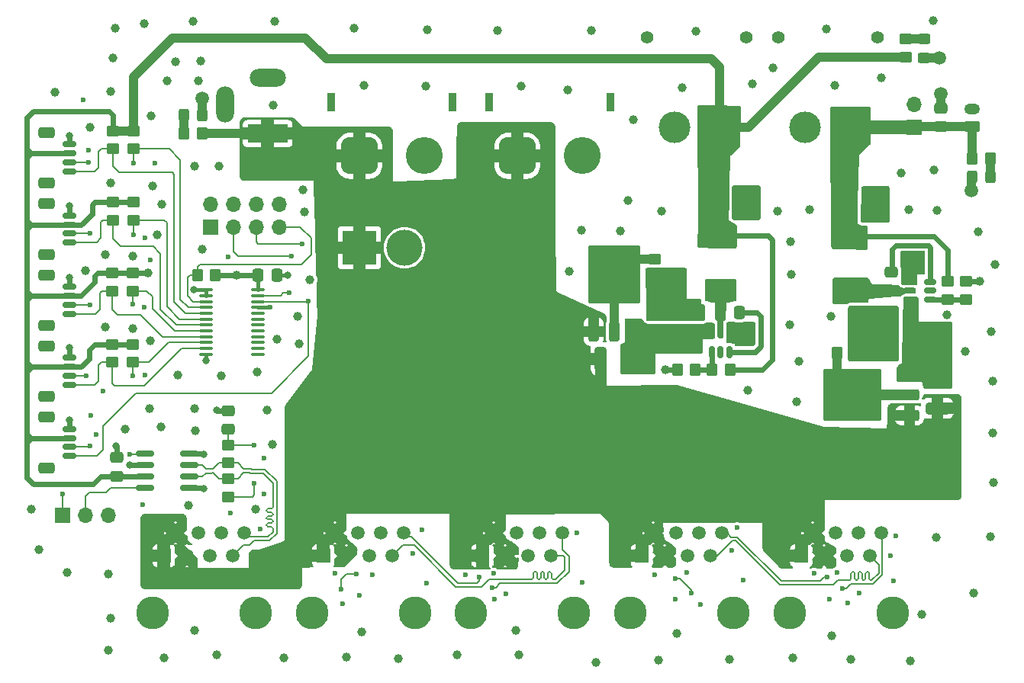
<source format=gtl>
%TF.GenerationSoftware,KiCad,Pcbnew,8.0.5*%
%TF.CreationDate,2024-10-13T14:48:05-04:00*%
%TF.ProjectId,mainBoard,6d61696e-426f-4617-9264-2e6b69636164,rev?*%
%TF.SameCoordinates,Original*%
%TF.FileFunction,Copper,L1,Top*%
%TF.FilePolarity,Positive*%
%FSLAX46Y46*%
G04 Gerber Fmt 4.6, Leading zero omitted, Abs format (unit mm)*
G04 Created by KiCad (PCBNEW 8.0.5) date 2024-10-13 14:48:05*
%MOMM*%
%LPD*%
G01*
G04 APERTURE LIST*
G04 Aperture macros list*
%AMRoundRect*
0 Rectangle with rounded corners*
0 $1 Rounding radius*
0 $2 $3 $4 $5 $6 $7 $8 $9 X,Y pos of 4 corners*
0 Add a 4 corners polygon primitive as box body*
4,1,4,$2,$3,$4,$5,$6,$7,$8,$9,$2,$3,0*
0 Add four circle primitives for the rounded corners*
1,1,$1+$1,$2,$3*
1,1,$1+$1,$4,$5*
1,1,$1+$1,$6,$7*
1,1,$1+$1,$8,$9*
0 Add four rect primitives between the rounded corners*
20,1,$1+$1,$2,$3,$4,$5,0*
20,1,$1+$1,$4,$5,$6,$7,0*
20,1,$1+$1,$6,$7,$8,$9,0*
20,1,$1+$1,$8,$9,$2,$3,0*%
G04 Aperture macros list end*
%TA.AperFunction,ComponentPad*%
%ADD10R,4.500000X2.000000*%
%TD*%
%TA.AperFunction,ComponentPad*%
%ADD11O,4.000000X2.000000*%
%TD*%
%TA.AperFunction,ComponentPad*%
%ADD12O,2.000000X4.000000*%
%TD*%
%TA.AperFunction,ComponentPad*%
%ADD13RoundRect,0.250000X0.625000X-0.350000X0.625000X0.350000X-0.625000X0.350000X-0.625000X-0.350000X0*%
%TD*%
%TA.AperFunction,ComponentPad*%
%ADD14O,1.750000X1.200000*%
%TD*%
%TA.AperFunction,ComponentPad*%
%ADD15R,0.900000X2.000000*%
%TD*%
%TA.AperFunction,ComponentPad*%
%ADD16RoundRect,1.025000X-1.025000X-1.025000X1.025000X-1.025000X1.025000X1.025000X-1.025000X1.025000X0*%
%TD*%
%TA.AperFunction,ComponentPad*%
%ADD17C,4.100000*%
%TD*%
%TA.AperFunction,SMDPad,CuDef*%
%ADD18RoundRect,0.150000X0.625000X-0.150000X0.625000X0.150000X-0.625000X0.150000X-0.625000X-0.150000X0*%
%TD*%
%TA.AperFunction,SMDPad,CuDef*%
%ADD19RoundRect,0.250000X0.650000X-0.350000X0.650000X0.350000X-0.650000X0.350000X-0.650000X-0.350000X0*%
%TD*%
%TA.AperFunction,SMDPad,CuDef*%
%ADD20RoundRect,0.250000X-0.337500X-0.475000X0.337500X-0.475000X0.337500X0.475000X-0.337500X0.475000X0*%
%TD*%
%TA.AperFunction,SMDPad,CuDef*%
%ADD21RoundRect,0.250000X0.337500X0.475000X-0.337500X0.475000X-0.337500X-0.475000X0.337500X-0.475000X0*%
%TD*%
%TA.AperFunction,SMDPad,CuDef*%
%ADD22RoundRect,0.250000X0.475000X-0.337500X0.475000X0.337500X-0.475000X0.337500X-0.475000X-0.337500X0*%
%TD*%
%TA.AperFunction,ComponentPad*%
%ADD23C,1.400000*%
%TD*%
%TA.AperFunction,ComponentPad*%
%ADD24R,3.500000X3.500000*%
%TD*%
%TA.AperFunction,ComponentPad*%
%ADD25C,3.500000*%
%TD*%
%TA.AperFunction,SMDPad,CuDef*%
%ADD26RoundRect,0.250000X-0.450000X0.350000X-0.450000X-0.350000X0.450000X-0.350000X0.450000X0.350000X0*%
%TD*%
%TA.AperFunction,SMDPad,CuDef*%
%ADD27RoundRect,0.250000X-0.350000X-0.450000X0.350000X-0.450000X0.350000X0.450000X-0.350000X0.450000X0*%
%TD*%
%TA.AperFunction,SMDPad,CuDef*%
%ADD28RoundRect,0.250000X0.850000X0.350000X-0.850000X0.350000X-0.850000X-0.350000X0.850000X-0.350000X0*%
%TD*%
%TA.AperFunction,SMDPad,CuDef*%
%ADD29RoundRect,0.250000X1.275000X1.125000X-1.275000X1.125000X-1.275000X-1.125000X1.275000X-1.125000X0*%
%TD*%
%TA.AperFunction,SMDPad,CuDef*%
%ADD30RoundRect,0.249997X2.950003X2.650003X-2.950003X2.650003X-2.950003X-2.650003X2.950003X-2.650003X0*%
%TD*%
%TA.AperFunction,SMDPad,CuDef*%
%ADD31RoundRect,0.250000X0.450000X-0.350000X0.450000X0.350000X-0.450000X0.350000X-0.450000X-0.350000X0*%
%TD*%
%TA.AperFunction,SMDPad,CuDef*%
%ADD32RoundRect,0.250000X0.350000X-0.850000X0.350000X0.850000X-0.350000X0.850000X-0.350000X-0.850000X0*%
%TD*%
%TA.AperFunction,SMDPad,CuDef*%
%ADD33RoundRect,0.250000X1.125000X-1.275000X1.125000X1.275000X-1.125000X1.275000X-1.125000X-1.275000X0*%
%TD*%
%TA.AperFunction,SMDPad,CuDef*%
%ADD34RoundRect,0.249997X2.650003X-2.950003X2.650003X2.950003X-2.650003X2.950003X-2.650003X-2.950003X0*%
%TD*%
%TA.AperFunction,WasherPad*%
%ADD35C,3.650000*%
%TD*%
%TA.AperFunction,ComponentPad*%
%ADD36R,1.500000X1.500000*%
%TD*%
%TA.AperFunction,ComponentPad*%
%ADD37C,1.500000*%
%TD*%
%TA.AperFunction,SMDPad,CuDef*%
%ADD38RoundRect,0.150000X-0.512500X-0.150000X0.512500X-0.150000X0.512500X0.150000X-0.512500X0.150000X0*%
%TD*%
%TA.AperFunction,ComponentPad*%
%ADD39R,1.700000X1.700000*%
%TD*%
%TA.AperFunction,ComponentPad*%
%ADD40O,1.700000X1.700000*%
%TD*%
%TA.AperFunction,SMDPad,CuDef*%
%ADD41RoundRect,0.150000X-0.150000X0.512500X-0.150000X-0.512500X0.150000X-0.512500X0.150000X0.512500X0*%
%TD*%
%TA.AperFunction,SMDPad,CuDef*%
%ADD42RoundRect,0.235000X1.465000X-0.940000X1.465000X0.940000X-1.465000X0.940000X-1.465000X-0.940000X0*%
%TD*%
%TA.AperFunction,SMDPad,CuDef*%
%ADD43RoundRect,0.250000X0.325000X0.450000X-0.325000X0.450000X-0.325000X-0.450000X0.325000X-0.450000X0*%
%TD*%
%TA.AperFunction,ComponentPad*%
%ADD44R,3.800000X3.800000*%
%TD*%
%TA.AperFunction,ComponentPad*%
%ADD45C,4.000000*%
%TD*%
%TA.AperFunction,SMDPad,CuDef*%
%ADD46RoundRect,0.250000X-0.475000X0.337500X-0.475000X-0.337500X0.475000X-0.337500X0.475000X0.337500X0*%
%TD*%
%TA.AperFunction,SMDPad,CuDef*%
%ADD47RoundRect,0.250000X-1.075000X0.400000X-1.075000X-0.400000X1.075000X-0.400000X1.075000X0.400000X0*%
%TD*%
%TA.AperFunction,SMDPad,CuDef*%
%ADD48RoundRect,0.250000X0.400000X1.075000X-0.400000X1.075000X-0.400000X-1.075000X0.400000X-1.075000X0*%
%TD*%
%TA.AperFunction,SMDPad,CuDef*%
%ADD49RoundRect,0.150000X-0.825000X-0.150000X0.825000X-0.150000X0.825000X0.150000X-0.825000X0.150000X0*%
%TD*%
%TA.AperFunction,SMDPad,CuDef*%
%ADD50RoundRect,0.250000X0.450000X-0.325000X0.450000X0.325000X-0.450000X0.325000X-0.450000X-0.325000X0*%
%TD*%
%TA.AperFunction,SMDPad,CuDef*%
%ADD51RoundRect,0.250000X0.350000X0.450000X-0.350000X0.450000X-0.350000X-0.450000X0.350000X-0.450000X0*%
%TD*%
%TA.AperFunction,SMDPad,CuDef*%
%ADD52RoundRect,0.100000X-0.637500X-0.100000X0.637500X-0.100000X0.637500X0.100000X-0.637500X0.100000X0*%
%TD*%
%TA.AperFunction,SMDPad,CuDef*%
%ADD53RoundRect,0.250000X-0.325000X-0.450000X0.325000X-0.450000X0.325000X0.450000X-0.325000X0.450000X0*%
%TD*%
%TA.AperFunction,ViaPad*%
%ADD54C,0.800000*%
%TD*%
%TA.AperFunction,ViaPad*%
%ADD55C,0.600000*%
%TD*%
%TA.AperFunction,ViaPad*%
%ADD56C,1.000000*%
%TD*%
%TA.AperFunction,ViaPad*%
%ADD57C,1.500000*%
%TD*%
%TA.AperFunction,Conductor*%
%ADD58C,0.200000*%
%TD*%
%TA.AperFunction,Conductor*%
%ADD59C,0.600000*%
%TD*%
%TA.AperFunction,Conductor*%
%ADD60C,0.400000*%
%TD*%
%TA.AperFunction,Conductor*%
%ADD61C,1.000000*%
%TD*%
%TA.AperFunction,Conductor*%
%ADD62C,1.500000*%
%TD*%
%TA.AperFunction,Conductor*%
%ADD63C,1.200000*%
%TD*%
G04 APERTURE END LIST*
D10*
%TO.P,J5,1*%
%TO.N,+12V*%
X43075000Y-34095000D03*
D11*
%TO.P,J5,2*%
%TO.N,GND*%
X43075000Y-27895000D03*
D12*
%TO.P,J5,3*%
%TO.N,N/C*%
X38375000Y-30895000D03*
%TD*%
D13*
%TO.P,J21,1,Pin_1*%
%TO.N,+5V*%
X121246571Y-33355001D03*
D14*
%TO.P,J21,2,Pin_2*%
%TO.N,GND*%
X121246571Y-31355001D03*
%TD*%
D15*
%TO.P,J2,*%
%TO.N,*%
X67645000Y-30575000D03*
X81145000Y-30575000D03*
D16*
%TO.P,J2,1,Pin_1*%
%TO.N,+12V*%
X70795000Y-36575000D03*
D17*
%TO.P,J2,2,Pin_2*%
%TO.N,GND*%
X77995000Y-36575000D03*
%TD*%
D18*
%TO.P,J16,1,1*%
%TO.N,SCLS0*%
X21050000Y-38305000D03*
%TO.P,J16,2,2*%
%TO.N,SDAS0*%
X21050000Y-37305000D03*
%TO.P,J16,3,3*%
%TO.N,+3V3*%
X21050000Y-36305000D03*
%TO.P,J16,4,4*%
%TO.N,GND*%
X21050000Y-35305000D03*
D19*
%TO.P,J16,MP*%
%TO.N,N/C*%
X18525000Y-39605000D03*
X18525000Y-34005000D03*
%TD*%
D20*
%TO.P,C5,1*%
%TO.N,+5V*%
X107727500Y-41015000D03*
%TO.P,C5,2*%
%TO.N,GND*%
X109802500Y-41015000D03*
%TD*%
D21*
%TO.P,C3,1*%
%TO.N,Net-(Q1-S)*%
X114289071Y-58490001D03*
%TO.P,C3,2*%
%TO.N,GND*%
X112214071Y-58490001D03*
%TD*%
D20*
%TO.P,C6,1*%
%TO.N,+5V*%
X107737500Y-43075000D03*
%TO.P,C6,2*%
%TO.N,GND*%
X109812500Y-43075000D03*
%TD*%
D22*
%TO.P,C8,1*%
%TO.N,Net-(Q2-S)*%
X88431094Y-56090930D03*
%TO.P,C8,2*%
%TO.N,GND*%
X88431094Y-54015930D03*
%TD*%
D23*
%TO.P,J4,*%
%TO.N,*%
X85195000Y-23375000D03*
X96195000Y-23375000D03*
D24*
%TO.P,J4,1,Pin_1*%
%TO.N,+3V3*%
X93195000Y-33375000D03*
D25*
%TO.P,J4,2,Pin_2*%
%TO.N,GND*%
X88195000Y-33375000D03*
%TD*%
D26*
%TO.P,R10,1*%
%TO.N,Net-(Q2-G)*%
X86050477Y-48063429D03*
%TO.P,R10,2*%
%TO.N,GND*%
X86050477Y-50063429D03*
%TD*%
D27*
%TO.P,R6,1*%
%TO.N,Net-(U2-VFB)*%
X92391094Y-60353430D03*
%TO.P,R6,2*%
%TO.N,+3V3*%
X94391094Y-60353430D03*
%TD*%
D23*
%TO.P,J3,*%
%TO.N,*%
X99745000Y-23375000D03*
X110745000Y-23375000D03*
D24*
%TO.P,J3,1,Pin_1*%
%TO.N,+5V*%
X107745000Y-33375000D03*
D25*
%TO.P,J3,2,Pin_2*%
%TO.N,GND*%
X102745000Y-33375000D03*
%TD*%
D20*
%TO.P,C12,1*%
%TO.N,+3V3*%
X93252978Y-42975000D03*
%TO.P,C12,2*%
%TO.N,GND*%
X95327978Y-42975000D03*
%TD*%
D28*
%TO.P,Q1,1,D*%
%TO.N,+12V*%
X114276572Y-65408430D03*
%TO.P,Q1,2,G*%
%TO.N,Net-(Q1-G)*%
X114276572Y-63128430D03*
D29*
X109651572Y-64653430D03*
X109651572Y-61603430D03*
D30*
X107976572Y-63128430D03*
D29*
X106301572Y-64653430D03*
X106301572Y-61603430D03*
D28*
%TO.P,Q1,3,S*%
%TO.N,Net-(Q1-S)*%
X114276572Y-60848430D03*
%TD*%
D31*
%TO.P,R3,1*%
%TO.N,CANP*%
X38725000Y-70675000D03*
%TO.P,R3,2*%
%TO.N,Net-(C16-Pad1)*%
X38725000Y-68675000D03*
%TD*%
D21*
%TO.P,C2,1*%
%TO.N,Net-(Q1-S)*%
X114289071Y-56400001D03*
%TO.P,C2,2*%
%TO.N,GND*%
X112214071Y-56400001D03*
%TD*%
D32*
%TO.P,Q2,1,D*%
%TO.N,+12V*%
X79241095Y-56065001D03*
%TO.P,Q2,2,G*%
%TO.N,Net-(Q2-G)*%
X81521095Y-56065001D03*
D33*
X79996095Y-51440001D03*
X83046095Y-51440001D03*
D34*
X81521095Y-49765001D03*
D33*
X79996095Y-48090001D03*
X83046095Y-48090001D03*
D32*
%TO.P,Q2,3,S*%
%TO.N,Net-(Q2-S)*%
X83801095Y-56065001D03*
%TD*%
D35*
%TO.P,J11,*%
%TO.N,*%
X101030000Y-87345000D03*
X112460000Y-87345000D03*
D36*
%TO.P,J11,1*%
%TO.N,+12V*%
X102300000Y-80995000D03*
D37*
%TO.P,J11,2*%
X103570000Y-78455000D03*
%TO.P,J11,3*%
X104840000Y-80995000D03*
%TO.P,J11,4*%
%TO.N,GND*%
X106110000Y-78455000D03*
%TO.P,J11,5*%
X107380000Y-80995000D03*
%TO.P,J11,6*%
X108650000Y-78455000D03*
%TO.P,J11,7*%
%TO.N,CANP*%
X109920000Y-80995000D03*
%TO.P,J11,8*%
%TO.N,CANN*%
X111190000Y-78455000D03*
%TD*%
D38*
%TO.P,U1,1,GND*%
%TO.N,GND*%
X114339071Y-50600001D03*
%TO.P,U1,2,SW*%
%TO.N,Net-(U1-SW)*%
X114339071Y-51550001D03*
%TO.P,U1,3,VIN*%
%TO.N,Net-(Q1-S)*%
X114339071Y-52500001D03*
%TO.P,U1,4,VFB*%
%TO.N,Net-(U1-VFB)*%
X116614071Y-52500001D03*
%TO.P,U1,5,EN*%
%TO.N,unconnected-(U1-EN-Pad5)*%
X116614071Y-51550001D03*
%TO.P,U1,6,VBST*%
%TO.N,Net-(U1-VBST)*%
X116614071Y-50600001D03*
%TD*%
D22*
%TO.P,C16,1*%
%TO.N,Net-(C16-Pad1)*%
X38725000Y-66932500D03*
%TO.P,C16,2*%
%TO.N,GND*%
X38725000Y-64857500D03*
%TD*%
D39*
%TO.P,J22,1,Pin_1*%
%TO.N,+5V*%
X114775000Y-33375000D03*
D40*
%TO.P,J22,2,Pin_2*%
%TO.N,GND*%
X114775000Y-30835000D03*
%TD*%
D35*
%TO.P,J7,*%
%TO.N,*%
X30290000Y-87345000D03*
X41720000Y-87345000D03*
D36*
%TO.P,J7,1*%
%TO.N,+12V*%
X31560000Y-80995000D03*
D37*
%TO.P,J7,2*%
X32830000Y-78455000D03*
%TO.P,J7,3*%
X34100000Y-80995000D03*
%TO.P,J7,4*%
%TO.N,GND*%
X35370000Y-78455000D03*
%TO.P,J7,5*%
X36640000Y-80995000D03*
%TO.P,J7,6*%
X37910000Y-78455000D03*
%TO.P,J7,7*%
%TO.N,CANP*%
X39180000Y-80995000D03*
%TO.P,J7,8*%
%TO.N,CANN*%
X40450000Y-78455000D03*
%TD*%
D26*
%TO.P,R19,1*%
%TO.N,+3V3*%
X25795000Y-49595000D03*
%TO.P,R19,2*%
%TO.N,SCLS2*%
X25795000Y-51595000D03*
%TD*%
D21*
%TO.P,C1,1*%
%TO.N,Net-(Q1-S)*%
X114289071Y-54310001D03*
%TO.P,C1,2*%
%TO.N,GND*%
X112214071Y-54310001D03*
%TD*%
D26*
%TO.P,R2,1*%
%TO.N,GND*%
X120576571Y-50495001D03*
%TO.P,R2,2*%
%TO.N,Net-(U1-VFB)*%
X120576571Y-52495001D03*
%TD*%
%TO.P,R17,1*%
%TO.N,+3V3*%
X25895000Y-41695000D03*
%TO.P,R17,2*%
%TO.N,SCLS1*%
X25895000Y-43695000D03*
%TD*%
D41*
%TO.P,U2,1,GND*%
%TO.N,GND*%
X94291094Y-56065930D03*
%TO.P,U2,2,SW*%
%TO.N,Net-(U2-SW)*%
X93341094Y-56065930D03*
%TO.P,U2,3,VIN*%
%TO.N,Net-(Q2-S)*%
X92391094Y-56065930D03*
%TO.P,U2,4,VFB*%
%TO.N,Net-(U2-VFB)*%
X92391094Y-58340930D03*
%TO.P,U2,5,EN*%
%TO.N,unconnected-(U2-EN-Pad5)*%
X93341094Y-58340930D03*
%TO.P,U2,6,VBST*%
%TO.N,Net-(U2-VBST)*%
X94291094Y-58340930D03*
%TD*%
D42*
%TO.P,L2,1,1*%
%TO.N,Net-(U2-SW)*%
X93311094Y-51508430D03*
%TO.P,L2,2,2*%
%TO.N,+3V3*%
X93311094Y-45458430D03*
%TD*%
D39*
%TO.P,J23,1,Pin_1*%
%TO.N,unconnected-(J23-Pin_1-Pad1)*%
X36725000Y-44475000D03*
D40*
%TO.P,J23,2,Pin_2*%
%TO.N,unconnected-(J23-Pin_2-Pad2)*%
X36725000Y-41935000D03*
%TO.P,J23,3,Pin_3*%
%TO.N,SDA1*%
X39265000Y-44475000D03*
%TO.P,J23,4,Pin_4*%
%TO.N,unconnected-(J23-Pin_4-Pad4)*%
X39265000Y-41935000D03*
%TO.P,J23,5,Pin_5*%
%TO.N,SCL1*%
X41805000Y-44475000D03*
%TO.P,J23,6,Pin_6*%
%TO.N,GND*%
X41805000Y-41935000D03*
%TO.P,J23,7,Pin_7*%
%TO.N,GPIO_GCLK*%
X44345000Y-44475000D03*
%TO.P,J23,8,Pin_8*%
%TO.N,unconnected-(J23-Pin_8-Pad8)*%
X44345000Y-41935000D03*
%TD*%
D26*
%TO.P,R20,1*%
%TO.N,+3V3*%
X28125000Y-49595000D03*
%TO.P,R20,2*%
%TO.N,SDAS2*%
X28125000Y-51595000D03*
%TD*%
D43*
%TO.P,D2,1,K*%
%TO.N,GND*%
X35841571Y-32025001D03*
%TO.P,D2,2,A*%
%TO.N,Net-(D2-A)*%
X33791571Y-32025001D03*
%TD*%
D44*
%TO.P,J6,1,Pin_1*%
%TO.N,+12V*%
X53266571Y-46775001D03*
D45*
%TO.P,J6,2,Pin_2*%
%TO.N,GND*%
X58266571Y-46775001D03*
%TD*%
D26*
%TO.P,R16,1*%
%TO.N,+3V3*%
X28225000Y-33795000D03*
%TO.P,R16,2*%
%TO.N,SDAS0*%
X28225000Y-35795000D03*
%TD*%
D22*
%TO.P,C10,1*%
%TO.N,Net-(Q2-S)*%
X86351094Y-56090930D03*
%TO.P,C10,2*%
%TO.N,GND*%
X86351094Y-54015930D03*
%TD*%
D27*
%TO.P,R7,1*%
%TO.N,GND*%
X88541094Y-60353430D03*
%TO.P,R7,2*%
%TO.N,Net-(U2-VFB)*%
X90541094Y-60353430D03*
%TD*%
D39*
%TO.P,J12,1,Pin_1*%
%TO.N,C_TX*%
X20296571Y-76475001D03*
D40*
%TO.P,J12,2,Pin_2*%
%TO.N,C_RX*%
X22836571Y-76475001D03*
%TO.P,J12,3,Pin_3*%
%TO.N,GND*%
X25376571Y-76475001D03*
%TD*%
D26*
%TO.P,R18,1*%
%TO.N,+3V3*%
X28225000Y-41695000D03*
%TO.P,R18,2*%
%TO.N,SDAS1*%
X28225000Y-43695000D03*
%TD*%
D27*
%TO.P,R9,1*%
%TO.N,Net-(Q1-G)*%
X106276572Y-58503430D03*
%TO.P,R9,2*%
%TO.N,GND*%
X108276572Y-58503430D03*
%TD*%
%TO.P,R5,1*%
%TO.N,Net-(D2-A)*%
X33816571Y-34075001D03*
%TO.P,R5,2*%
%TO.N,+12V*%
X35816571Y-34075001D03*
%TD*%
D46*
%TO.P,C4,1*%
%TO.N,Net-(U1-VBST)*%
X112266571Y-49527501D03*
%TO.P,C4,2*%
%TO.N,Net-(U1-SW)*%
X112266571Y-51602501D03*
%TD*%
D47*
%TO.P,R13,1*%
%TO.N,Net-(Q1-S)*%
X117396572Y-61523430D03*
%TO.P,R13,2*%
%TO.N,+12V*%
X117396572Y-64623430D03*
%TD*%
D21*
%TO.P,C11,1*%
%TO.N,Net-(U2-VBST)*%
X95408594Y-54013430D03*
%TO.P,C11,2*%
%TO.N,Net-(U2-SW)*%
X93333594Y-54013430D03*
%TD*%
D48*
%TO.P,R14,1*%
%TO.N,Net-(Q2-S)*%
X83151095Y-59135001D03*
%TO.P,R14,2*%
%TO.N,+12V*%
X80051095Y-59135001D03*
%TD*%
D18*
%TO.P,J17,1,1*%
%TO.N,SCLS1*%
X21050000Y-46205000D03*
%TO.P,J17,2,2*%
%TO.N,SDAS1*%
X21050000Y-45205000D03*
%TO.P,J17,3,3*%
%TO.N,+3V3*%
X21050000Y-44205000D03*
%TO.P,J17,4,4*%
%TO.N,GND*%
X21050000Y-43205000D03*
D19*
%TO.P,J17,MP*%
%TO.N,N/C*%
X18525000Y-47505000D03*
X18525000Y-41905000D03*
%TD*%
D18*
%TO.P,J20,1,1*%
%TO.N,SCL1*%
X21050000Y-69905000D03*
%TO.P,J20,2,2*%
%TO.N,SDA1*%
X21050000Y-68905000D03*
%TO.P,J20,3,3*%
%TO.N,+3V3*%
X21050000Y-67905000D03*
%TO.P,J20,4,4*%
%TO.N,GND*%
X21050000Y-66905000D03*
D19*
%TO.P,J20,MP*%
%TO.N,N/C*%
X18525000Y-71205000D03*
X18525000Y-65605000D03*
%TD*%
D31*
%TO.P,R8,1*%
%TO.N,+3V3*%
X113840000Y-25605000D03*
%TO.P,R8,2*%
%TO.N,Net-(D3-A)*%
X113840000Y-23605000D03*
%TD*%
D20*
%TO.P,C13,1*%
%TO.N,+3V3*%
X93252978Y-40985000D03*
%TO.P,C13,2*%
%TO.N,GND*%
X95327978Y-40985000D03*
%TD*%
D26*
%TO.P,R21,1*%
%TO.N,+3V3*%
X25795000Y-57495000D03*
%TO.P,R21,2*%
%TO.N,SCLS3*%
X25795000Y-59495000D03*
%TD*%
D18*
%TO.P,J18,1,1*%
%TO.N,SCLS2*%
X21050000Y-54105000D03*
%TO.P,J18,2,2*%
%TO.N,SDAS2*%
X21050000Y-53105000D03*
%TO.P,J18,3,3*%
%TO.N,+3V3*%
X21050000Y-52105000D03*
%TO.P,J18,4,4*%
%TO.N,GND*%
X21050000Y-51105000D03*
D19*
%TO.P,J18,MP*%
%TO.N,N/C*%
X18525000Y-55405000D03*
X18525000Y-49805000D03*
%TD*%
D26*
%TO.P,R22,1*%
%TO.N,+3V3*%
X28125000Y-57495000D03*
%TO.P,R22,2*%
%TO.N,SDAS3*%
X28125000Y-59495000D03*
%TD*%
D35*
%TO.P,J9,*%
%TO.N,*%
X65660000Y-87345000D03*
X77090000Y-87345000D03*
D36*
%TO.P,J9,1*%
%TO.N,+12V*%
X66930000Y-80995000D03*
D37*
%TO.P,J9,2*%
X68200000Y-78455000D03*
%TO.P,J9,3*%
X69470000Y-80995000D03*
%TO.P,J9,4*%
%TO.N,GND*%
X70740000Y-78455000D03*
%TO.P,J9,5*%
X72010000Y-80995000D03*
%TO.P,J9,6*%
X73280000Y-78455000D03*
%TO.P,J9,7*%
%TO.N,CANP*%
X74550000Y-80995000D03*
%TO.P,J9,8*%
%TO.N,CANN*%
X75820000Y-78455000D03*
%TD*%
D27*
%TO.P,R4,1*%
%TO.N,+5V*%
X121245001Y-36853429D03*
%TO.P,R4,2*%
%TO.N,Net-(D1-A)*%
X123245001Y-36853429D03*
%TD*%
D42*
%TO.P,L1,1,1*%
%TO.N,Net-(U1-SW)*%
X107626571Y-51580001D03*
%TO.P,L1,2,2*%
%TO.N,+5V*%
X107626571Y-45530001D03*
%TD*%
D20*
%TO.P,C7,1*%
%TO.N,+3V3*%
X42037500Y-49805000D03*
%TO.P,C7,2*%
%TO.N,GND*%
X44112500Y-49805000D03*
%TD*%
D31*
%TO.P,R24,1*%
%TO.N,Net-(C16-Pad1)*%
X38725000Y-74425000D03*
%TO.P,R24,2*%
%TO.N,CANN*%
X38725000Y-72425000D03*
%TD*%
D35*
%TO.P,J10,*%
%TO.N,*%
X83345000Y-87345000D03*
X94775000Y-87345000D03*
D36*
%TO.P,J10,1*%
%TO.N,+12V*%
X84615000Y-80995000D03*
D37*
%TO.P,J10,2*%
X85885000Y-78455000D03*
%TO.P,J10,3*%
X87155000Y-80995000D03*
%TO.P,J10,4*%
%TO.N,GND*%
X88425000Y-78455000D03*
%TO.P,J10,5*%
X89695000Y-80995000D03*
%TO.P,J10,6*%
X90965000Y-78455000D03*
%TO.P,J10,7*%
%TO.N,CANP*%
X92235000Y-80995000D03*
%TO.P,J10,8*%
%TO.N,CANN*%
X93505000Y-78455000D03*
%TD*%
D49*
%TO.P,IC1,1,TXD*%
%TO.N,C_TX*%
X29445000Y-69670000D03*
%TO.P,IC1,2,GND*%
%TO.N,GND*%
X29445000Y-70940000D03*
%TO.P,IC1,3,VCC*%
%TO.N,+3V3*%
X29445000Y-72210000D03*
%TO.P,IC1,4,RXD*%
%TO.N,C_RX*%
X29445000Y-73480000D03*
%TO.P,IC1,5,SHDNVIO*%
%TO.N,GND*%
X34395000Y-73480000D03*
%TO.P,IC1,6,CANL*%
%TO.N,CANN*%
X34395000Y-72210000D03*
%TO.P,IC1,7,CANH*%
%TO.N,CANP*%
X34395000Y-70940000D03*
%TO.P,IC1,8,STB*%
%TO.N,GND*%
X34395000Y-69670000D03*
%TD*%
D22*
%TO.P,C9,1*%
%TO.N,Net-(Q2-S)*%
X90541094Y-56090930D03*
%TO.P,C9,2*%
%TO.N,GND*%
X90541094Y-54015930D03*
%TD*%
D31*
%TO.P,R1,1*%
%TO.N,Net-(U1-VFB)*%
X118546571Y-52495001D03*
%TO.P,R1,2*%
%TO.N,+5V*%
X118546571Y-50495001D03*
%TD*%
D26*
%TO.P,R15,1*%
%TO.N,+3V3*%
X25895000Y-33795000D03*
%TO.P,R15,2*%
%TO.N,SCLS0*%
X25895000Y-35795000D03*
%TD*%
D50*
%TO.P,D3,1,K*%
%TO.N,GND*%
X115931572Y-25663430D03*
%TO.P,D3,2,A*%
%TO.N,Net-(D3-A)*%
X115931572Y-23613430D03*
%TD*%
D35*
%TO.P,J8,*%
%TO.N,*%
X47975000Y-87345000D03*
X59405000Y-87345000D03*
D36*
%TO.P,J8,1*%
%TO.N,+12V*%
X49245000Y-80995000D03*
D37*
%TO.P,J8,2*%
X50515000Y-78455000D03*
%TO.P,J8,3*%
X51785000Y-80995000D03*
%TO.P,J8,4*%
%TO.N,GND*%
X53055000Y-78455000D03*
%TO.P,J8,5*%
X54325000Y-80995000D03*
%TO.P,J8,6*%
X55595000Y-78455000D03*
%TO.P,J8,7*%
%TO.N,CANP*%
X56865000Y-80995000D03*
%TO.P,J8,8*%
%TO.N,CANN*%
X58135000Y-78455000D03*
%TD*%
D46*
%TO.P,C15,1*%
%TO.N,GND*%
X117776571Y-31247501D03*
%TO.P,C15,2*%
%TO.N,+5V*%
X117776571Y-33322501D03*
%TD*%
D51*
%TO.P,R23,1*%
%TO.N,+3V3*%
X37295000Y-49805000D03*
%TO.P,R23,2*%
%TO.N,GPIO_GCLK*%
X35295000Y-49805000D03*
%TD*%
D18*
%TO.P,J19,1,1*%
%TO.N,SCLS3*%
X21050000Y-62005000D03*
%TO.P,J19,2,2*%
%TO.N,SDAS3*%
X21050000Y-61005000D03*
%TO.P,J19,3,3*%
%TO.N,+3V3*%
X21050000Y-60005000D03*
%TO.P,J19,4,4*%
%TO.N,GND*%
X21050000Y-59005000D03*
D19*
%TO.P,J19,MP*%
%TO.N,N/C*%
X18525000Y-63305000D03*
X18525000Y-57705000D03*
%TD*%
D52*
%TO.P,U3,1,A0*%
%TO.N,GND*%
X36257500Y-51450000D03*
%TO.P,U3,2,A1*%
X36257500Y-52100000D03*
%TO.P,U3,3,~{RESET}*%
%TO.N,GPIO_GCLK*%
X36257500Y-52750000D03*
%TO.P,U3,4,SD0*%
%TO.N,SDAS0*%
X36257500Y-53400000D03*
%TO.P,U3,5,SC0*%
%TO.N,SCLS0*%
X36257500Y-54050000D03*
%TO.P,U3,6,SD1*%
%TO.N,SDAS1*%
X36257500Y-54700000D03*
%TO.P,U3,7,SC1*%
%TO.N,SCLS1*%
X36257500Y-55350000D03*
%TO.P,U3,8,SD2*%
%TO.N,SDAS2*%
X36257500Y-56000000D03*
%TO.P,U3,9,SC2*%
%TO.N,SCLS2*%
X36257500Y-56650000D03*
%TO.P,U3,10,SD3*%
%TO.N,SDAS3*%
X36257500Y-57300000D03*
%TO.P,U3,11,SC3*%
%TO.N,SCLS3*%
X36257500Y-57950000D03*
%TO.P,U3,12,GND*%
%TO.N,GND*%
X36257500Y-58600000D03*
%TO.P,U3,13,SD4*%
%TO.N,unconnected-(U3-SD4-Pad13)*%
X41982500Y-58600000D03*
%TO.P,U3,14,SC4*%
%TO.N,unconnected-(U3-SC4-Pad14)*%
X41982500Y-57950000D03*
%TO.P,U3,15,SD5*%
%TO.N,unconnected-(U3-SD5-Pad15)*%
X41982500Y-57300000D03*
%TO.P,U3,16,SC5*%
%TO.N,unconnected-(U3-SC5-Pad16)*%
X41982500Y-56650000D03*
%TO.P,U3,17,SD6*%
%TO.N,unconnected-(U3-SD6-Pad17)*%
X41982500Y-56000000D03*
%TO.P,U3,18,SC6*%
%TO.N,unconnected-(U3-SC6-Pad18)*%
X41982500Y-55350000D03*
%TO.P,U3,19,SD7*%
%TO.N,unconnected-(U3-SD7-Pad19)*%
X41982500Y-54700000D03*
%TO.P,U3,20,SC7*%
%TO.N,unconnected-(U3-SC7-Pad20)*%
X41982500Y-54050000D03*
%TO.P,U3,21,A2*%
%TO.N,GND*%
X41982500Y-53400000D03*
%TO.P,U3,22,SCL*%
%TO.N,SCL1*%
X41982500Y-52750000D03*
%TO.P,U3,23,SDA*%
%TO.N,SDA1*%
X41982500Y-52100000D03*
%TO.P,U3,24,VCC*%
%TO.N,+3V3*%
X41982500Y-51450000D03*
%TD*%
D53*
%TO.P,D1,1,K*%
%TO.N,GND*%
X121220001Y-38890001D03*
%TO.P,D1,2,A*%
%TO.N,Net-(D1-A)*%
X123270001Y-38890001D03*
%TD*%
D22*
%TO.P,C14,1*%
%TO.N,+3V3*%
X26315000Y-72162500D03*
%TO.P,C14,2*%
%TO.N,GND*%
X26315000Y-70087500D03*
%TD*%
D15*
%TO.P,J1,*%
%TO.N,*%
X50095000Y-30575000D03*
X63595000Y-30575000D03*
D16*
%TO.P,J1,1,Pin_1*%
%TO.N,+12V*%
X53245000Y-36575000D03*
D17*
%TO.P,J1,2,Pin_2*%
%TO.N,GND*%
X60445000Y-36575000D03*
%TD*%
D54*
%TO.N,GND*%
X108685786Y-57014215D03*
X108785786Y-55514215D03*
X108885786Y-54114215D03*
D55*
X112485786Y-83814215D03*
X60685786Y-84014215D03*
X77985786Y-83914215D03*
X95885786Y-83714215D03*
X24785786Y-62714215D03*
D54*
X113885786Y-47814215D03*
D55*
X23185786Y-35914215D03*
D54*
X110685786Y-54114215D03*
D55*
X88285786Y-85814215D03*
D56*
X117334539Y-42613628D03*
X27285786Y-66914215D03*
X79017272Y-22666952D03*
X114355115Y-92696085D03*
D57*
X117785786Y-29714215D03*
D56*
X114252727Y-42520240D03*
D54*
X21050000Y-65950001D03*
D56*
X123292711Y-78866952D03*
X35627875Y-26009177D03*
X44885786Y-92314215D03*
X113385786Y-38514215D03*
D57*
X121185786Y-40414215D03*
D56*
X105085786Y-22514215D03*
X96885786Y-28614215D03*
X47785786Y-50314215D03*
X83685786Y-32514215D03*
X41885817Y-60610179D03*
X60806561Y-22573563D03*
X19485786Y-29514215D03*
D55*
X68185786Y-82914215D03*
D56*
X46585786Y-57414215D03*
X105685786Y-89914215D03*
X76385786Y-29214215D03*
D55*
X51385786Y-86314215D03*
D56*
X25385786Y-91514215D03*
X96322181Y-62598717D03*
D55*
X30085786Y-48114215D03*
D54*
X110685786Y-58814215D03*
D55*
X96885786Y-43314215D03*
D56*
X101185786Y-49714215D03*
X43885786Y-21614215D03*
X86785786Y-42714215D03*
D55*
X42685786Y-74114215D03*
D56*
X88985786Y-49764215D03*
D55*
X29485786Y-60914215D03*
D56*
X25085786Y-47514215D03*
D54*
X96685786Y-55814215D03*
D55*
X103730011Y-82927164D03*
D56*
X122066572Y-50495001D03*
X25685786Y-87914215D03*
X87685786Y-51114215D03*
X34985786Y-64614215D03*
D55*
X22585786Y-30314215D03*
D54*
X35985786Y-73514215D03*
D56*
X43585786Y-68614215D03*
X117285786Y-78914215D03*
X87135786Y-52514215D03*
D55*
X91085786Y-86414215D03*
X112754531Y-78756481D03*
D54*
X21050000Y-34314215D03*
D56*
X37385786Y-92014215D03*
D54*
X110685786Y-57414215D03*
D55*
X23485786Y-65414215D03*
X24085786Y-67514215D03*
X107485786Y-86214215D03*
X42285786Y-78014215D03*
D56*
X76579902Y-49412294D03*
D55*
X112144395Y-80960444D03*
D56*
X35785786Y-46914215D03*
X121385786Y-85114215D03*
D55*
X54685786Y-83114215D03*
D54*
X115385786Y-47814215D03*
D56*
X53485786Y-89414215D03*
X123385786Y-56114215D03*
X30015673Y-64617510D03*
D55*
X108685786Y-85114215D03*
D56*
X31585786Y-92314215D03*
X34985786Y-89314215D03*
X123585786Y-72814215D03*
D54*
X37385786Y-64814215D03*
D56*
X42985786Y-64814215D03*
D54*
X21050000Y-50050001D03*
D55*
X96885786Y-40314215D03*
D56*
X31292577Y-41910081D03*
X34788591Y-21602326D03*
X30785786Y-45314215D03*
X100972916Y-55370465D03*
X17685786Y-80314215D03*
X47136083Y-42761811D03*
X33085786Y-60914215D03*
X106035227Y-28711232D03*
D55*
X85985786Y-83114215D03*
X38685786Y-47814215D03*
X106285786Y-82814215D03*
D56*
X86485786Y-92614215D03*
X30285786Y-39914215D03*
X37685786Y-37714215D03*
X44085786Y-56914215D03*
X79485786Y-92814215D03*
X103251590Y-42520240D03*
X70929573Y-91967657D03*
D55*
X30585786Y-37414215D03*
D56*
X77885786Y-44814215D03*
X68585786Y-22614215D03*
D55*
X50550255Y-82914204D03*
D54*
X34921571Y-51450000D03*
D56*
X46385786Y-54414215D03*
X123535520Y-61608801D03*
X16885786Y-75814215D03*
X99685786Y-42714215D03*
D54*
X110685786Y-55814215D03*
D56*
X123785786Y-48614215D03*
X83085786Y-41514215D03*
X41785786Y-75814215D03*
X87225001Y-60353430D03*
X115685786Y-87514215D03*
X85735786Y-52464215D03*
X35085786Y-67114215D03*
D55*
X96885786Y-42314215D03*
D54*
X36257500Y-59342501D03*
D55*
X69485786Y-85214215D03*
D56*
X20813816Y-82809544D03*
D55*
X59185786Y-80714215D03*
X95185086Y-77872406D03*
D56*
X89085786Y-29014215D03*
X101785786Y-63914215D03*
D54*
X21050000Y-57850001D03*
D56*
X26178193Y-22386787D03*
D54*
X111385786Y-43414215D03*
X113985786Y-49014215D03*
X96585786Y-57014215D03*
D55*
X43385786Y-53414215D03*
D56*
X29390749Y-21863813D03*
X121885786Y-45014215D03*
X60585786Y-28814215D03*
X30185786Y-32114215D03*
X71185786Y-28814215D03*
D54*
X26285786Y-68814215D03*
D56*
X22885786Y-49314215D03*
X118485786Y-54214215D03*
D57*
X117635001Y-25663430D03*
D54*
X35985786Y-69714215D03*
D56*
X90560061Y-22704307D03*
X101385786Y-92314215D03*
D55*
X60220521Y-78071634D03*
D56*
X111185786Y-27914215D03*
D54*
X115285786Y-49014215D03*
D56*
X28085786Y-47714215D03*
X64121568Y-91967657D03*
D55*
X53285786Y-85414215D03*
D56*
X123516842Y-67361518D03*
X28085786Y-55714215D03*
X46985786Y-40314215D03*
D55*
X94574950Y-80350308D03*
D56*
X35385786Y-28214215D03*
X99185786Y-26814215D03*
X34985786Y-37714215D03*
X57585786Y-92414215D03*
D54*
X111385786Y-42214215D03*
D56*
X25085786Y-55614215D03*
X94285786Y-92514215D03*
D54*
X95685786Y-55814215D03*
D56*
X82185786Y-44914215D03*
X31285786Y-66714215D03*
X37892950Y-61008636D03*
X32885786Y-26114215D03*
D55*
X42685786Y-70114215D03*
D56*
X53785786Y-28714215D03*
X34285786Y-75414215D03*
D54*
X111385786Y-41014215D03*
D56*
X105585786Y-54414215D03*
X31885786Y-28214215D03*
D54*
X95585786Y-57014215D03*
D56*
X87735786Y-49764215D03*
X116985786Y-38114215D03*
X107799259Y-92499970D03*
D55*
X68285786Y-85814215D03*
D56*
X25685786Y-29414215D03*
D57*
X35841571Y-30170000D03*
D56*
X30085786Y-57114215D03*
D54*
X45285786Y-49814215D03*
D56*
X23385786Y-33414215D03*
X25685786Y-39614215D03*
D55*
X96885786Y-41314215D03*
D56*
X52685786Y-22414215D03*
X43685786Y-30914215D03*
X101985786Y-59414215D03*
D55*
X105385786Y-85814215D03*
D56*
X70585786Y-89314215D03*
X88735786Y-52564215D03*
D55*
X38985786Y-76214215D03*
D56*
X25885786Y-25714215D03*
D55*
X89585786Y-82814215D03*
D56*
X25385786Y-83014215D03*
D55*
X64985786Y-83114215D03*
X29252973Y-75269986D03*
X29485786Y-45714215D03*
D54*
X27785786Y-70914215D03*
D56*
X51785786Y-92214215D03*
D54*
X21050000Y-42150001D03*
D56*
X116885786Y-21514215D03*
X120485786Y-58314215D03*
D55*
X29385786Y-53414215D03*
D56*
X101085786Y-46114215D03*
D55*
X77391509Y-78445187D03*
D56*
X88485786Y-89614215D03*
D54*
%TO.N,+5V*%
X106285786Y-36714215D03*
X106285786Y-43314215D03*
X107985786Y-37314215D03*
X108085786Y-38714215D03*
X106085786Y-38614215D03*
X107085786Y-39514215D03*
X106185786Y-41314215D03*
D56*
%TO.N,+3V3*%
X91835786Y-36664215D03*
X93585786Y-36714215D03*
X39635786Y-49814215D03*
X91735786Y-38564215D03*
X93485786Y-38464215D03*
X91585786Y-41114215D03*
X91685786Y-43014215D03*
X29785786Y-49595000D03*
D55*
%TO.N,C_TX*%
X27785786Y-69714215D03*
X20285786Y-74114215D03*
%TO.N,CANN*%
X67985786Y-84514215D03*
X90085786Y-85114215D03*
X105185786Y-83314215D03*
X66535786Y-83364215D03*
X106885786Y-84614215D03*
X88285786Y-83514215D03*
%TO.N,CANP*%
X52885786Y-83014215D03*
X51185786Y-84714215D03*
D56*
%TO.N,+12V*%
X70085786Y-57514215D03*
X98285786Y-72014215D03*
X117185786Y-67914215D03*
X74873189Y-69645762D03*
X97285786Y-66214215D03*
X41885786Y-83614215D03*
X61761477Y-70037992D03*
X74020167Y-52377390D03*
X69188881Y-53087141D03*
X56285786Y-54414215D03*
X41385786Y-38014215D03*
X78785786Y-75214215D03*
X103385786Y-67914215D03*
X97285786Y-75614215D03*
X81685786Y-70914215D03*
X82485786Y-78514215D03*
X55037522Y-61717098D03*
X64469661Y-45105557D03*
X112919491Y-68365461D03*
X64485786Y-49014215D03*
X107385786Y-73314215D03*
X49585786Y-61614215D03*
X101585786Y-75514215D03*
X44285786Y-38014215D03*
X51885786Y-75314215D03*
X112485786Y-73114215D03*
X46685786Y-80514215D03*
X68285786Y-48914215D03*
X42385786Y-81414215D03*
X81885786Y-67314215D03*
X47485786Y-37914215D03*
X51085786Y-66414215D03*
X88885786Y-67414215D03*
X83322297Y-75553405D03*
X81085786Y-63614215D03*
X64085786Y-57714215D03*
X49585786Y-45014215D03*
X63473519Y-53585212D03*
X91585786Y-75514215D03*
X69485786Y-65214215D03*
X112085786Y-70414215D03*
X46685786Y-75914215D03*
X117285786Y-73014215D03*
X46685786Y-71114215D03*
X73085786Y-48114215D03*
X86885786Y-63614215D03*
X56158181Y-69925926D03*
X95085786Y-68514215D03*
X76685786Y-58814215D03*
X68085786Y-45214215D03*
X50985786Y-69914215D03*
X64885786Y-76514215D03*
X69381959Y-61661065D03*
X102185786Y-71514215D03*
X76285786Y-55814215D03*
X62985786Y-75214215D03*
X67885786Y-75714215D03*
X78785786Y-62214215D03*
X49785786Y-58314215D03*
X62798086Y-61717098D03*
X49185786Y-75614215D03*
X54985786Y-65614215D03*
X46885786Y-66314215D03*
X99585786Y-78514215D03*
X57785786Y-41914215D03*
X91785786Y-64614215D03*
X59485786Y-75214215D03*
X88285786Y-71014215D03*
X106892835Y-70345292D03*
X49385786Y-48914215D03*
X50085786Y-42614215D03*
X30185786Y-78214215D03*
X47585786Y-63914215D03*
X73785786Y-61714215D03*
X49785786Y-54214215D03*
X73685786Y-75214215D03*
X56885786Y-58314215D03*
X62485786Y-65414215D03*
X81885786Y-80814215D03*
X73185786Y-44814215D03*
X37085786Y-83414215D03*
X50185786Y-40214215D03*
X31785786Y-83614215D03*
X67504855Y-69701795D03*
X117385786Y-70514215D03*
X74885786Y-64814215D03*
X46685786Y-73514215D03*
X62785786Y-40614215D03*
X55685786Y-75314215D03*
X66685786Y-40614215D03*
X64385786Y-78714215D03*
X106985786Y-67914215D03*
D55*
%TO.N,SCL1*%
X46885786Y-46314215D03*
X47585786Y-52714215D03*
%TO.N,SDA1*%
X23385786Y-68814215D03*
X45485786Y-51814215D03*
X45685786Y-47714215D03*
%TO.N,SDAS0*%
X28185786Y-37414215D03*
X23185786Y-37305000D03*
%TO.N,SDAS1*%
X28225000Y-45314215D03*
X23385786Y-45205000D03*
%TO.N,SDAS2*%
X23385786Y-53114215D03*
X28085786Y-53014215D03*
%TO.N,SDAS3*%
X28125000Y-61014215D03*
X22985786Y-61014215D03*
%TO.N,Net-(C16-Pad1)*%
X41585786Y-72914215D03*
X41585786Y-68714215D03*
D54*
%TO.N,Net-(Q1-S)*%
X116085786Y-59714215D03*
X115785786Y-56414215D03*
X117085786Y-57914215D03*
X117985786Y-56214215D03*
X118085786Y-59714215D03*
D56*
%TO.N,Net-(Q2-S)*%
X85235786Y-59314215D03*
X86685786Y-57814215D03*
X88535786Y-57714215D03*
X90435786Y-57714215D03*
%TD*%
D58*
%TO.N,CANP*%
X93005001Y-80995000D02*
X92235000Y-80995000D01*
X105831128Y-84239215D02*
X99892586Y-84239215D01*
X94685786Y-79314215D02*
X93005001Y-80995000D01*
X99892586Y-84239215D02*
X94967586Y-79314215D01*
X106381128Y-83689215D02*
X105831128Y-84239215D01*
X107577152Y-83689215D02*
X107185786Y-83689215D01*
X108057152Y-82748548D02*
X107977152Y-82748548D01*
X107817152Y-82908548D02*
X107817152Y-83529215D01*
X108217152Y-83529215D02*
X108217152Y-82908548D01*
X109657152Y-82748549D02*
X109577152Y-82748549D01*
X109920000Y-80995000D02*
X110885786Y-81960786D01*
X108617152Y-82908551D02*
X108617152Y-83529215D01*
X108457152Y-83689215D02*
X108377152Y-83689215D01*
X107657152Y-83689215D02*
X107577152Y-83689215D01*
X108857152Y-82748551D02*
X108777152Y-82748551D01*
X107185786Y-83689215D02*
X106381128Y-83689215D01*
X109257152Y-83689215D02*
X109177152Y-83689215D01*
X94967586Y-79314215D02*
X94685786Y-79314215D01*
X109417152Y-82908549D02*
X109417152Y-83529215D01*
X109817152Y-83529215D02*
X109817152Y-82908549D01*
X110885786Y-81960786D02*
X110885786Y-82896484D01*
X110885786Y-82896484D02*
X110093055Y-83689215D01*
X110093055Y-83689215D02*
X109977152Y-83689215D01*
X109017152Y-83529215D02*
X109017152Y-82908551D01*
X108377152Y-83689215D02*
G75*
G02*
X108217185Y-83529215I48J160015D01*
G01*
X108617152Y-83529215D02*
G75*
G02*
X108457152Y-83689152I-159952J15D01*
G01*
X109017152Y-82908551D02*
G75*
G03*
X108857152Y-82748648I-159952J-49D01*
G01*
X108217152Y-82908548D02*
G75*
G03*
X108057152Y-82748548I-159952J48D01*
G01*
X109577152Y-82748549D02*
G75*
G03*
X109417249Y-82908549I48J-159951D01*
G01*
X109177152Y-83689215D02*
G75*
G02*
X109017185Y-83529215I48J160015D01*
G01*
X109817152Y-82908549D02*
G75*
G03*
X109657152Y-82748548I-159952J49D01*
G01*
X108777152Y-82748551D02*
G75*
G03*
X108617151Y-82908551I48J-160049D01*
G01*
X107817152Y-83529215D02*
G75*
G02*
X107657152Y-83689152I-159952J15D01*
G01*
X109417152Y-83529215D02*
G75*
G02*
X109257152Y-83689152I-159952J15D01*
G01*
X107977152Y-82748548D02*
G75*
G03*
X107817248Y-82908548I48J-159952D01*
G01*
X109977152Y-83689215D02*
G75*
G02*
X109817185Y-83529215I48J160015D01*
G01*
X72807357Y-82746199D02*
X72727357Y-82746199D01*
X73207357Y-83589215D02*
X73127357Y-83589215D01*
X63967586Y-84414215D02*
X59367586Y-79814215D01*
X72967357Y-83429215D02*
X72967357Y-82906199D01*
X73367357Y-82906199D02*
X73367357Y-83429215D01*
X74007357Y-83589215D02*
X73927357Y-83589215D01*
X70532495Y-83589215D02*
X67610786Y-83589215D01*
X72327357Y-83589215D02*
X70532495Y-83589215D01*
X74167357Y-82906199D02*
X74167357Y-83429215D01*
X73767357Y-83429215D02*
X73767357Y-82906199D01*
X75022341Y-83589215D02*
X74727357Y-83589215D01*
X76060786Y-81189215D02*
X76060786Y-82550770D01*
X74180000Y-80995000D02*
X75866571Y-80995000D01*
X72407357Y-83589215D02*
X72327357Y-83589215D01*
X75866571Y-80995000D02*
X76060786Y-81189215D01*
X59367586Y-79814215D02*
X58045785Y-79814215D01*
X73607357Y-82746199D02*
X73527357Y-82746199D01*
X76060786Y-82550770D02*
X75022341Y-83589215D01*
X58045785Y-79814215D02*
X56865000Y-80995000D01*
X74407357Y-82746199D02*
X74327357Y-82746199D01*
X72567357Y-82906199D02*
X72567357Y-83429215D01*
X66785786Y-84414215D02*
X63967586Y-84414215D01*
X74567357Y-83429215D02*
X74567357Y-82906199D01*
X67610786Y-83589215D02*
X66785786Y-84414215D01*
X73367357Y-83429215D02*
G75*
G02*
X73207357Y-83589157I-159957J15D01*
G01*
X72567357Y-83429215D02*
G75*
G02*
X72407357Y-83589157I-159957J15D01*
G01*
X72967357Y-82906199D02*
G75*
G03*
X72807357Y-82746243I-159957J-1D01*
G01*
X74727357Y-83589215D02*
G75*
G02*
X74567385Y-83429215I43J160015D01*
G01*
X73127357Y-83589215D02*
G75*
G02*
X72967385Y-83429215I43J160015D01*
G01*
X74567357Y-82906199D02*
G75*
G03*
X74407357Y-82746243I-159957J-1D01*
G01*
X73767357Y-82906199D02*
G75*
G03*
X73607357Y-82746243I-159957J-1D01*
G01*
X74167357Y-83429215D02*
G75*
G02*
X74007357Y-83589157I-159957J15D01*
G01*
X72727357Y-82746199D02*
G75*
G03*
X72567399Y-82906199I43J-160001D01*
G01*
X73527357Y-82746199D02*
G75*
G03*
X73367399Y-82906199I43J-160001D01*
G01*
X73927357Y-83589215D02*
G75*
G02*
X73767385Y-83429215I43J160015D01*
G01*
X74327357Y-82746199D02*
G75*
G03*
X74167399Y-82906199I43J-160001D01*
G01*
%TO.N,CANN*%
X111285786Y-83062170D02*
X111285786Y-78550786D01*
X110208741Y-84139215D02*
X111285786Y-83062170D01*
X107760786Y-84139215D02*
X110208741Y-84139215D01*
X106885786Y-84614215D02*
X107285786Y-84614215D01*
X107285786Y-84614215D02*
X107760786Y-84139215D01*
%TO.N,CANP*%
X109920000Y-81370627D02*
X109885786Y-81404841D01*
%TO.N,CANN*%
X94514217Y-78914215D02*
X94055002Y-78455000D01*
X95203986Y-78914215D02*
X94514217Y-78914215D01*
X100078986Y-83789215D02*
X95203986Y-78914215D01*
X101917447Y-83789215D02*
X100078986Y-83789215D01*
X76510786Y-82737170D02*
X76510786Y-81039215D01*
X75208741Y-84039215D02*
X76510786Y-82737170D01*
X76510786Y-81039215D02*
X75785786Y-80314215D01*
X75785786Y-80314215D02*
X75785786Y-78790786D01*
X68385786Y-84514215D02*
X68860786Y-84039215D01*
X67985786Y-84514215D02*
X68385786Y-84514215D01*
X68860786Y-84039215D02*
X75208741Y-84039215D01*
D59*
%TO.N,GND*%
X35941571Y-69670000D02*
X35985786Y-69714215D01*
D60*
X36257500Y-59342501D02*
X36257500Y-58600000D01*
D59*
X37429071Y-64857500D02*
X37385786Y-64814215D01*
D61*
X121185786Y-40414215D02*
X121185786Y-38924216D01*
D60*
X45276571Y-49805000D02*
X45285786Y-49814215D01*
D59*
X38725000Y-64857500D02*
X37429071Y-64857500D01*
X21050000Y-50050001D02*
X21050000Y-51105000D01*
D60*
X34921571Y-51450000D02*
X36257500Y-51450000D01*
D59*
X27811571Y-70940000D02*
X27785786Y-70914215D01*
X26315000Y-70087500D02*
X26315000Y-68843429D01*
D61*
X117776571Y-29723430D02*
X117776571Y-31247501D01*
D59*
X122066572Y-50495001D02*
X120576571Y-50495001D01*
D61*
X117635001Y-25663430D02*
X115931572Y-25663430D01*
D59*
X21050000Y-42150001D02*
X21050000Y-43205000D01*
D61*
X35841571Y-30170000D02*
X35841571Y-32025001D01*
D59*
X29445000Y-70940000D02*
X27811571Y-70940000D01*
D60*
X43371571Y-53400000D02*
X43385786Y-53414215D01*
D59*
X21050000Y-34314215D02*
X21050000Y-35305000D01*
X34395000Y-69670000D02*
X35941571Y-69670000D01*
D60*
X44112500Y-49805000D02*
X45276571Y-49805000D01*
D59*
X35951571Y-73480000D02*
X35985786Y-73514215D01*
X26315000Y-68843429D02*
X26285786Y-68814215D01*
X21050000Y-57850001D02*
X21050000Y-59005000D01*
D60*
X41982500Y-53400000D02*
X43371571Y-53400000D01*
D61*
X121185786Y-38924216D02*
X121220001Y-38890001D01*
D59*
X87225001Y-60353430D02*
X88541094Y-60353430D01*
D60*
X36257500Y-52100000D02*
X36257500Y-51450000D01*
D61*
X117785786Y-29714215D02*
X117776571Y-29723430D01*
D59*
X21050000Y-65950001D02*
X21050000Y-66905000D01*
X34395000Y-73480000D02*
X35951571Y-73480000D01*
%TO.N,Net-(U1-VBST)*%
X112366571Y-49527501D02*
X112366571Y-46933430D01*
X112366571Y-46933430D02*
X112785786Y-46514215D01*
X116614071Y-46742500D02*
X116614071Y-50600001D01*
X112785786Y-46514215D02*
X116385786Y-46514215D01*
X116385786Y-46514215D02*
X116614071Y-46742500D01*
%TO.N,+5V*%
X118546571Y-47025000D02*
X118546571Y-50495001D01*
D62*
X107745000Y-33375000D02*
X114775000Y-33375000D01*
D59*
X107626571Y-45530001D02*
X117051572Y-45530001D01*
D61*
X121246571Y-33355001D02*
X117809071Y-33355001D01*
X121246571Y-33355001D02*
X121246571Y-36851859D01*
D59*
X117051572Y-45530001D02*
X118546571Y-47025000D01*
D61*
X121246571Y-36851859D02*
X121245001Y-36853429D01*
X117776571Y-33322501D02*
X114827499Y-33322501D01*
D59*
%TO.N,+3V3*%
X22395001Y-60005000D02*
X23285786Y-59114215D01*
D61*
X96425001Y-33375000D02*
X104195001Y-25605000D01*
D59*
X16385786Y-67914215D02*
X16385786Y-68414215D01*
X16885786Y-36305000D02*
X16395001Y-36305000D01*
X16385786Y-68414215D02*
X16385786Y-72314215D01*
X16385786Y-59514215D02*
X16385786Y-60014215D01*
X21050000Y-52105000D02*
X16985786Y-52105000D01*
X23905001Y-57495000D02*
X25795000Y-57495000D01*
X16876571Y-67905000D02*
X16876571Y-67923430D01*
D61*
X93195000Y-33375000D02*
X96425001Y-33375000D01*
D59*
X16385786Y-36314215D02*
X16385786Y-36814215D01*
X16385786Y-52114215D02*
X16385786Y-52614215D01*
X99085786Y-59214215D02*
X99085786Y-45914215D01*
X16985786Y-60005000D02*
X16876571Y-60005000D01*
X16395001Y-44205000D02*
X16385786Y-44214215D01*
D61*
X104195001Y-25605000D02*
X113840000Y-25605000D01*
D59*
X24205001Y-49595000D02*
X25795000Y-49595000D01*
X16395001Y-36305000D02*
X16385786Y-36314215D01*
D61*
X49585786Y-25814215D02*
X47285786Y-23514215D01*
D59*
X16876571Y-67905000D02*
X16385786Y-67414215D01*
X17085786Y-73014215D02*
X23685786Y-73014215D01*
D61*
X28225000Y-27775001D02*
X28225000Y-33795000D01*
D59*
X16885786Y-44205000D02*
X16876571Y-44205000D01*
X16385786Y-60514215D02*
X16385786Y-67414215D01*
X21050000Y-36305000D02*
X16885786Y-36305000D01*
D61*
X93195000Y-33375000D02*
X93195000Y-26723429D01*
D59*
X23285786Y-58114215D02*
X23905001Y-57495000D01*
D61*
X47285786Y-23514215D02*
X32485786Y-23514215D01*
D59*
X21050000Y-52105000D02*
X22395001Y-52105000D01*
X16885786Y-36305000D02*
X16876571Y-36305000D01*
D61*
X92285786Y-25814215D02*
X49585786Y-25814215D01*
D59*
X42028285Y-49814215D02*
X42037500Y-49805000D01*
X17085786Y-67905000D02*
X16395001Y-67905000D01*
X26315000Y-72162500D02*
X29397500Y-72162500D01*
X16385786Y-51614215D02*
X16385786Y-52114215D01*
X16985786Y-52105000D02*
X16876571Y-52105000D01*
X16885786Y-44205000D02*
X16885786Y-44214215D01*
X16985786Y-60005000D02*
X16395001Y-60005000D01*
X23885786Y-49914215D02*
X24205001Y-49595000D01*
X16885786Y-44214215D02*
X16385786Y-44714215D01*
X97946571Y-60353430D02*
X99085786Y-59214215D01*
X23905001Y-41695000D02*
X25895000Y-41695000D01*
X17085786Y-31614215D02*
X16385786Y-32314215D01*
X99085786Y-45914215D02*
X98630001Y-45458430D01*
D61*
X32485786Y-23514215D02*
X28225000Y-27775001D01*
D59*
X39635786Y-49814215D02*
X42028285Y-49814215D01*
X37304215Y-49814215D02*
X37295000Y-49805000D01*
X16385786Y-44714215D02*
X16385786Y-51614215D01*
X16885786Y-36314215D02*
X16385786Y-36814215D01*
X21050000Y-60005000D02*
X22395001Y-60005000D01*
X16385786Y-43714215D02*
X16385786Y-44214215D01*
X22395001Y-52105000D02*
X23885786Y-50614215D01*
X16395001Y-60005000D02*
X16385786Y-60014215D01*
X16385786Y-67414215D02*
X16385786Y-67914215D01*
X16385786Y-72314215D02*
X17085786Y-73014215D01*
X28225000Y-41695000D02*
X25895000Y-41695000D01*
X16385786Y-52614215D02*
X16385786Y-59514215D01*
X25795000Y-49595000D02*
X28125000Y-49595000D01*
X16395001Y-52105000D02*
X16385786Y-52114215D01*
X23585786Y-43014215D02*
X23585786Y-42014215D01*
X16876571Y-52105000D02*
X16876571Y-52123430D01*
X25795000Y-57495000D02*
X28125000Y-57495000D01*
X94391094Y-60353430D02*
X97946571Y-60353430D01*
X25485786Y-31614215D02*
X17085786Y-31614215D01*
X17085786Y-67905000D02*
X16876571Y-67905000D01*
X16876571Y-44205000D02*
X16385786Y-43714215D01*
X16876571Y-52105000D02*
X16385786Y-51614215D01*
X23285786Y-59114215D02*
X23285786Y-58114215D01*
X16885786Y-44205000D02*
X16395001Y-44205000D01*
X24537501Y-72162500D02*
X26315000Y-72162500D01*
X23585786Y-42014215D02*
X23905001Y-41695000D01*
X16876571Y-52123430D02*
X16385786Y-52614215D01*
X22395001Y-44205000D02*
X23585786Y-43014215D01*
X25895000Y-32023429D02*
X25485786Y-31614215D01*
D60*
X42037500Y-49805000D02*
X42037500Y-51395000D01*
D59*
X23685786Y-73014215D02*
X24537501Y-72162500D01*
X16876571Y-36305000D02*
X16385786Y-35814215D01*
X16876571Y-67923430D02*
X16385786Y-68414215D01*
X21050000Y-44205000D02*
X22395001Y-44205000D01*
X16985786Y-60005000D02*
X16895001Y-60005000D01*
X29397500Y-72162500D02*
X29445000Y-72210000D01*
X16385786Y-35814215D02*
X16385786Y-36314215D01*
X16985786Y-52105000D02*
X16395001Y-52105000D01*
X16885786Y-36305000D02*
X16885786Y-36314215D01*
X25895000Y-33795000D02*
X25895000Y-32023429D01*
X39635786Y-49814215D02*
X37304215Y-49814215D01*
D61*
X93195000Y-26723429D02*
X92285786Y-25814215D01*
D59*
X16876571Y-60005000D02*
X16385786Y-59514215D01*
X16385786Y-36814215D02*
X16385786Y-43714215D01*
X29785786Y-49595000D02*
X28125000Y-49595000D01*
X98630001Y-45458430D02*
X93311094Y-45458430D01*
X16395001Y-67905000D02*
X16385786Y-67914215D01*
X16385786Y-60014215D02*
X16385786Y-60514215D01*
X16385786Y-32314215D02*
X16385786Y-35814215D01*
X21050000Y-60005000D02*
X16985786Y-60005000D01*
X16895001Y-60005000D02*
X16385786Y-60514215D01*
X16385786Y-44214215D02*
X16385786Y-44714215D01*
X21050000Y-67905000D02*
X17085786Y-67905000D01*
X23885786Y-50614215D02*
X23885786Y-49914215D01*
D61*
X28225000Y-33795000D02*
X25895000Y-33795000D01*
D59*
X21050000Y-44205000D02*
X16885786Y-44205000D01*
%TO.N,Net-(U2-VBST)*%
X97159071Y-58340930D02*
X97785786Y-57714215D01*
X97385001Y-54013430D02*
X95408594Y-54013430D01*
X97785786Y-54414215D02*
X97385001Y-54013430D01*
X97785786Y-57714215D02*
X97785786Y-54414215D01*
X94291094Y-58340930D02*
X97159071Y-58340930D01*
D61*
%TO.N,Net-(D1-A)*%
X123245001Y-36853429D02*
X123245001Y-38865001D01*
%TO.N,Net-(D2-A)*%
X33791571Y-32025001D02*
X33791571Y-34050001D01*
%TO.N,Net-(D3-A)*%
X115923142Y-23605000D02*
X115931572Y-23613430D01*
X113840000Y-23605000D02*
X115923142Y-23605000D01*
D58*
%TO.N,C_TX*%
X20296571Y-74125000D02*
X20296571Y-76475001D01*
X20285786Y-74114215D02*
X20296571Y-74125000D01*
X27785786Y-69714215D02*
X29400785Y-69714215D01*
%TO.N,C_RX*%
X22836571Y-74363430D02*
X23285786Y-73914215D01*
X25620001Y-73480000D02*
X29445000Y-73480000D01*
X25185786Y-73914215D02*
X25620001Y-73480000D01*
X23285786Y-73914215D02*
X25185786Y-73914215D01*
X22836571Y-76475001D02*
X22836571Y-74363430D01*
%TO.N,CANN*%
X37024999Y-71775000D02*
X37674999Y-72425000D01*
X42967762Y-77601015D02*
X42967762Y-77521015D01*
X41049365Y-71775000D02*
X40425001Y-71775000D01*
X105185786Y-83314215D02*
X104835786Y-83314215D01*
X43500786Y-76961015D02*
X43127762Y-76961015D01*
X58544999Y-78864999D02*
X58135000Y-78455000D01*
X42967762Y-76001015D02*
X42967762Y-75921015D01*
X59054770Y-78864999D02*
X58544999Y-78864999D01*
X39775001Y-72425000D02*
X38725000Y-72425000D01*
X37674999Y-72425000D02*
X38725000Y-72425000D01*
X43127762Y-77361015D02*
X43500786Y-77361015D01*
X43660786Y-78321015D02*
X43660786Y-77921015D01*
X36882992Y-71775000D02*
X37024999Y-71775000D01*
X88785786Y-83514215D02*
X90085786Y-84814215D01*
X42967762Y-76801015D02*
X42967762Y-76721015D01*
X35857501Y-72210000D02*
X36267501Y-71800000D01*
X40859999Y-78864999D02*
X43116802Y-78864999D01*
X101922981Y-83789215D02*
X101917447Y-83789215D01*
X66535786Y-83364215D02*
X66535786Y-83764215D01*
X90085786Y-84814215D02*
X90085786Y-85114215D01*
X104360786Y-83789215D02*
X101922981Y-83789215D01*
X43660786Y-75601015D02*
X43660786Y-75521015D01*
X41113580Y-71839215D02*
X41049365Y-71775000D01*
X43127762Y-75761015D02*
X43500786Y-75761015D01*
X36267501Y-71800000D02*
X36857992Y-71800000D01*
X43500786Y-77761015D02*
X43127762Y-77761015D01*
X40450000Y-78455000D02*
X40859999Y-78864999D01*
X43660786Y-77201015D02*
X43660786Y-77121015D01*
X43660786Y-72907415D02*
X42592586Y-71839215D01*
X36857992Y-71800000D02*
X36882992Y-71775000D01*
X104835786Y-83314215D02*
X104360786Y-83789215D01*
X43660786Y-75521015D02*
X43660786Y-72914215D01*
X40425001Y-71775000D02*
X39775001Y-72425000D01*
X42592586Y-71839215D02*
X41113580Y-71839215D01*
X64203986Y-84014215D02*
X59054770Y-78864999D01*
X43500786Y-76161015D02*
X43127762Y-76161015D01*
X43660786Y-76401015D02*
X43660786Y-76321015D01*
X43127762Y-76561015D02*
X43500786Y-76561015D01*
X43660786Y-72914215D02*
X43660786Y-72907415D01*
X34395000Y-72210000D02*
X35857501Y-72210000D01*
X43116802Y-78864999D02*
X43660786Y-78321015D01*
X88285786Y-83514215D02*
X88785786Y-83514215D01*
X66285786Y-84014215D02*
X64203986Y-84014215D01*
X66535786Y-83764215D02*
X66285786Y-84014215D01*
X43127762Y-76161015D02*
G75*
G02*
X42967785Y-76001015I38J160015D01*
G01*
X43127762Y-76961015D02*
G75*
G02*
X42967785Y-76801015I38J160015D01*
G01*
X42967762Y-76721015D02*
G75*
G02*
X43127762Y-76560962I160038J15D01*
G01*
X43660786Y-76321015D02*
G75*
G03*
X43500786Y-76161014I-159986J15D01*
G01*
X43500786Y-76561015D02*
G75*
G03*
X43660815Y-76401015I14J160015D01*
G01*
X43660786Y-77121015D02*
G75*
G03*
X43500786Y-76961014I-159986J15D01*
G01*
X43127762Y-77761015D02*
G75*
G02*
X42967785Y-77601015I38J160015D01*
G01*
X42967762Y-75921015D02*
G75*
G02*
X43127762Y-75760962I160038J15D01*
G01*
X43660786Y-77921015D02*
G75*
G03*
X43500786Y-77761014I-159986J15D01*
G01*
X43500786Y-75761015D02*
G75*
G03*
X43660815Y-75601015I14J160015D01*
G01*
X43500786Y-77361015D02*
G75*
G03*
X43660815Y-77201015I14J160015D01*
G01*
X42967762Y-77521015D02*
G75*
G02*
X43127762Y-77360962I160038J15D01*
G01*
%TO.N,CANP*%
X35857501Y-70940000D02*
X36267501Y-71350000D01*
X51185786Y-84714215D02*
X51185786Y-83614215D01*
X34395000Y-70940000D02*
X35857501Y-70940000D01*
X37674999Y-70675000D02*
X38725000Y-70675000D01*
X51785786Y-83014215D02*
X52885786Y-83014215D01*
X36685786Y-71350000D02*
X36710786Y-71325000D01*
X36710786Y-71325000D02*
X37024999Y-71325000D01*
X37024999Y-71325000D02*
X37674999Y-70675000D01*
X51185786Y-83614215D02*
X51785786Y-83014215D01*
X36267501Y-71350000D02*
X36685786Y-71350000D01*
D61*
%TO.N,+12V*%
X35816571Y-34075001D02*
X43055001Y-34075001D01*
D58*
%TO.N,SCL1*%
X24785786Y-66614215D02*
X24785786Y-69214215D01*
X41805000Y-46133429D02*
X41805000Y-44475000D01*
X47550001Y-52750000D02*
X41982500Y-52750000D01*
X41985786Y-46314215D02*
X41805000Y-46133429D01*
X24095001Y-69905000D02*
X21050000Y-69905000D01*
X47585786Y-58814215D02*
X43485786Y-62914215D01*
X47585786Y-52714215D02*
X47550001Y-52750000D01*
X47585786Y-52714215D02*
X47585786Y-58814215D01*
X24785786Y-69214215D02*
X24095001Y-69905000D01*
X28485786Y-62914215D02*
X24785786Y-66614215D01*
X43485786Y-62914215D02*
X28485786Y-62914215D01*
X46885786Y-46314215D02*
X41985786Y-46314215D01*
%TO.N,GPIO_GCLK*%
X47885786Y-47514215D02*
X47885786Y-45714215D01*
X34495001Y-49805000D02*
X35295000Y-49805000D01*
X34821571Y-52750000D02*
X34221571Y-52150000D01*
X36257500Y-52750000D02*
X34821571Y-52750000D01*
X46646571Y-44475000D02*
X44345000Y-44475000D01*
X46785786Y-48614215D02*
X47885786Y-47514215D01*
X35295000Y-49805000D02*
X35295000Y-48905001D01*
X35295000Y-48905001D02*
X35585786Y-48614215D01*
X47885786Y-45714215D02*
X46646571Y-44475000D01*
X35585786Y-48614215D02*
X46785786Y-48614215D01*
X34221571Y-50078430D02*
X34495001Y-49805000D01*
X34221571Y-52150000D02*
X34221571Y-50078430D01*
%TO.N,SDA1*%
X44500001Y-52100000D02*
X41982500Y-52100000D01*
X23385786Y-68814215D02*
X23295001Y-68905000D01*
X23295001Y-68905000D02*
X21050000Y-68905000D01*
X39265000Y-47172643D02*
X39265000Y-44475000D01*
X45485786Y-51814215D02*
X44785786Y-51814215D01*
X45685786Y-47714215D02*
X39806572Y-47714215D01*
X44785786Y-51814215D02*
X44500001Y-52100000D01*
X39806572Y-47714215D02*
X39265000Y-47172643D01*
%TO.N,SDAS0*%
X28225000Y-37375001D02*
X28225000Y-35795000D01*
X28185786Y-37414215D02*
X28225000Y-37375001D01*
X36257500Y-53400000D02*
X34271571Y-53400000D01*
X32166571Y-35795000D02*
X28225000Y-35795000D01*
X33385786Y-52514215D02*
X33385786Y-37014215D01*
X23185786Y-37305000D02*
X21050000Y-37305000D01*
X33385786Y-37014215D02*
X32166571Y-35795000D01*
X34271571Y-53400000D02*
X33385786Y-52514215D01*
%TO.N,SCLS0*%
X26585786Y-38414215D02*
X25895000Y-37723429D01*
X25895000Y-37723429D02*
X25895000Y-35795000D01*
X24605001Y-35795000D02*
X24285786Y-36114215D01*
X32685786Y-38614215D02*
X32485786Y-38414215D01*
X33921571Y-54050000D02*
X32685786Y-52814215D01*
X25895000Y-35795000D02*
X24605001Y-35795000D01*
X36257500Y-54050000D02*
X33921571Y-54050000D01*
X32485786Y-38414215D02*
X26585786Y-38414215D01*
X24285786Y-37914215D02*
X23895001Y-38305000D01*
X32685786Y-52814215D02*
X32685786Y-38614215D01*
X24285786Y-36114215D02*
X24285786Y-37914215D01*
X23895001Y-38305000D02*
X21050000Y-38305000D01*
%TO.N,SDAS1*%
X31885786Y-44014215D02*
X31566571Y-43695000D01*
X28225000Y-45314215D02*
X28225000Y-43695000D01*
X31885786Y-53314215D02*
X31885786Y-44014215D01*
X33271571Y-54700000D02*
X31885786Y-53314215D01*
X36257500Y-54700000D02*
X33271571Y-54700000D01*
X23385786Y-45205000D02*
X21050000Y-45205000D01*
X31566571Y-43695000D02*
X28225000Y-43695000D01*
%TO.N,SCLS1*%
X24805001Y-43695000D02*
X25895000Y-43695000D01*
X31185786Y-53614215D02*
X31185786Y-47414215D01*
X30385786Y-46614215D02*
X26785786Y-46614215D01*
X24095001Y-46205000D02*
X24585786Y-45714215D01*
X32921571Y-55350000D02*
X31185786Y-53614215D01*
X24585786Y-45714215D02*
X24585786Y-43914215D01*
X36257500Y-55350000D02*
X32921571Y-55350000D01*
X26785786Y-46614215D02*
X25895000Y-45723429D01*
X21050000Y-46205000D02*
X24095001Y-46205000D01*
X25895000Y-45723429D02*
X25895000Y-43695000D01*
X24585786Y-43914215D02*
X24805001Y-43695000D01*
X31185786Y-47414215D02*
X30385786Y-46614215D01*
%TO.N,SCLS2*%
X28985786Y-54214215D02*
X26385786Y-54214215D01*
X24705001Y-51595000D02*
X24485786Y-51814215D01*
X25795000Y-53623429D02*
X25795000Y-51595000D01*
X26385786Y-54214215D02*
X25795000Y-53623429D01*
X25795000Y-51595000D02*
X24705001Y-51595000D01*
X36257500Y-56650000D02*
X31421571Y-56650000D01*
X23776571Y-54105000D02*
X21050000Y-54105000D01*
X24485786Y-53614215D02*
X23985786Y-54114215D01*
X23785786Y-54114215D02*
X23776571Y-54105000D01*
X31421571Y-56650000D02*
X28985786Y-54214215D01*
X23985786Y-54114215D02*
X23785786Y-54114215D01*
X24485786Y-51814215D02*
X24485786Y-53614215D01*
%TO.N,SDAS2*%
X29666571Y-51595000D02*
X28125000Y-51595000D01*
X23385786Y-53114215D02*
X23376571Y-53105000D01*
X30285786Y-52214215D02*
X29666571Y-51595000D01*
X23376571Y-53105000D02*
X21050000Y-53105000D01*
X28125000Y-52975001D02*
X28085786Y-53014215D01*
X28125000Y-51595000D02*
X28125000Y-52975001D01*
X36257500Y-56000000D02*
X32771571Y-56000000D01*
X32771571Y-56000000D02*
X30285786Y-53514215D01*
X30285786Y-53514215D02*
X30285786Y-52214215D01*
%TO.N,SDAS3*%
X29905001Y-59495000D02*
X28125000Y-59495000D01*
X28125000Y-61014215D02*
X28125000Y-59495000D01*
X22985786Y-61014215D02*
X22785786Y-61014215D01*
X32100001Y-57300000D02*
X29905001Y-59495000D01*
X22776571Y-61005000D02*
X21050000Y-61005000D01*
X36257500Y-57300000D02*
X32100001Y-57300000D01*
X22785786Y-61014215D02*
X22776571Y-61005000D01*
%TO.N,SCLS3*%
X25795000Y-59495000D02*
X24605001Y-59495000D01*
X33550001Y-57950000D02*
X29385786Y-62114215D01*
X36257500Y-57950000D02*
X33550001Y-57950000D01*
X25795000Y-61823429D02*
X25795000Y-59495000D01*
X24605001Y-59495000D02*
X24285786Y-59814215D01*
X24285786Y-61614215D02*
X23895001Y-62005000D01*
X29385786Y-62114215D02*
X26085786Y-62114215D01*
X26085786Y-62114215D02*
X25795000Y-61823429D01*
X24285786Y-59814215D02*
X24285786Y-61614215D01*
X23895001Y-62005000D02*
X21050000Y-62005000D01*
D59*
%TO.N,Net-(U1-VFB)*%
X118541571Y-52500001D02*
X118546571Y-52495001D01*
X120576571Y-52495001D02*
X118546571Y-52495001D01*
X116614071Y-52500001D02*
X118541571Y-52500001D01*
%TO.N,Net-(U2-VFB)*%
X92391094Y-58340930D02*
X92391094Y-60353430D01*
X92391094Y-60353430D02*
X90541094Y-60353430D01*
D58*
%TO.N,Net-(C16-Pad1)*%
X41375001Y-74425000D02*
X41585786Y-74214215D01*
X41585786Y-74214215D02*
X41585786Y-72914215D01*
X41546571Y-68675000D02*
X38725000Y-68675000D01*
X38725000Y-74425000D02*
X41375001Y-74425000D01*
X38725000Y-68675000D02*
X38725000Y-66932500D01*
X41585786Y-68714215D02*
X41546571Y-68675000D01*
D61*
%TO.N,Net-(Q1-G)*%
X106276572Y-58503430D02*
X106276572Y-61578430D01*
D63*
X114276572Y-63128430D02*
X107976572Y-63128430D01*
D61*
%TO.N,Net-(Q2-G)*%
X81521095Y-56065001D02*
X81521095Y-49765001D01*
X86050477Y-48063429D02*
X83072667Y-48063429D01*
D58*
%TO.N,CANP*%
X39775001Y-70675000D02*
X38725000Y-70675000D01*
X41221571Y-71325000D02*
X40425001Y-71325000D01*
X41285786Y-71389215D02*
X41221571Y-71325000D01*
X42778986Y-71389215D02*
X41285786Y-71389215D01*
X41585000Y-79315001D02*
X43303200Y-79315001D01*
X44110786Y-72721015D02*
X42778986Y-71389215D01*
X43303200Y-79315001D02*
X44110786Y-78507415D01*
X41085786Y-79814215D02*
X41585000Y-79315001D01*
X44110786Y-78507415D02*
X44110786Y-72721015D01*
X40425001Y-71325000D02*
X39775001Y-70675000D01*
X40360785Y-79814215D02*
X41085786Y-79814215D01*
X39180000Y-80995000D02*
X40360785Y-79814215D01*
%TD*%
%TA.AperFunction,Conductor*%
%TO.N,Net-(Q2-S)*%
G36*
X84488076Y-54618306D02*
G01*
X84539499Y-54631853D01*
X84594476Y-54662980D01*
X84625572Y-54693301D01*
X84632549Y-54700104D01*
X84652309Y-54725087D01*
X84827524Y-55017113D01*
X84827526Y-55017115D01*
X84885786Y-55114215D01*
X84979971Y-55114215D01*
X85000633Y-55124260D01*
X85008724Y-55130378D01*
X85063903Y-55161822D01*
X85136917Y-55191705D01*
X85146719Y-55194302D01*
X85146724Y-55194303D01*
X85188581Y-55205392D01*
X85227373Y-55213022D01*
X85227374Y-55213023D01*
X85238933Y-55214527D01*
X85259124Y-55217157D01*
X85298572Y-55219715D01*
X85298573Y-55219715D01*
X91373562Y-55219715D01*
X91373575Y-55219715D01*
X91403527Y-55218243D01*
X91403544Y-55218241D01*
X91403551Y-55218241D01*
X91411680Y-55217439D01*
X91427716Y-55215860D01*
X91457368Y-55211461D01*
X91481216Y-55206717D01*
X91481216Y-55206718D01*
X91481220Y-55206716D01*
X91497719Y-55203435D01*
X91555046Y-55186046D01*
X91599745Y-55167530D01*
X91652560Y-55139298D01*
X91658820Y-55135114D01*
X91725497Y-55114235D01*
X91727714Y-55114215D01*
X92473575Y-55114215D01*
X92497757Y-55116596D01*
X92538132Y-55124627D01*
X92582829Y-55143142D01*
X92606699Y-55159092D01*
X92640908Y-55193301D01*
X92656858Y-55217171D01*
X92675373Y-55261866D01*
X92677902Y-55274577D01*
X92680286Y-55298774D01*
X92680286Y-55441818D01*
X92682050Y-55474608D01*
X92682052Y-55474637D01*
X92685007Y-55502013D01*
X92685164Y-55503552D01*
X92685227Y-55504213D01*
X92685786Y-55515978D01*
X92685786Y-56702004D01*
X92683403Y-56726197D01*
X92675374Y-56766559D01*
X92656858Y-56811258D01*
X92640908Y-56835128D01*
X92606699Y-56869337D01*
X92582829Y-56885287D01*
X92538130Y-56903803D01*
X92521627Y-56907085D01*
X92497764Y-56911832D01*
X92473575Y-56914215D01*
X91385786Y-56914215D01*
X91385786Y-57114210D01*
X91385786Y-58302004D01*
X91383403Y-58326197D01*
X91375374Y-58366559D01*
X91356858Y-58411258D01*
X91340908Y-58435128D01*
X91306699Y-58469337D01*
X91282829Y-58485287D01*
X91238130Y-58503803D01*
X91221627Y-58507085D01*
X91197764Y-58511832D01*
X91173575Y-58514215D01*
X86085786Y-58514215D01*
X86085786Y-58714210D01*
X86085786Y-60602004D01*
X86083403Y-60626197D01*
X86075374Y-60666559D01*
X86056858Y-60711258D01*
X86040908Y-60735128D01*
X86006699Y-60769337D01*
X85982829Y-60785287D01*
X85938130Y-60803803D01*
X85921627Y-60807085D01*
X85897764Y-60811832D01*
X85873575Y-60814215D01*
X82397997Y-60814215D01*
X82373806Y-60811832D01*
X82358530Y-60808793D01*
X82333442Y-60803803D01*
X82288742Y-60785287D01*
X82264872Y-60769337D01*
X82230663Y-60735128D01*
X82214713Y-60711258D01*
X82196198Y-60666561D01*
X82188167Y-60626186D01*
X82185786Y-60602004D01*
X82185786Y-57661963D01*
X82188218Y-57637526D01*
X82196410Y-57596773D01*
X82215295Y-57551696D01*
X82231547Y-57527691D01*
X82266380Y-57493420D01*
X82301189Y-57470670D01*
X82322954Y-57459347D01*
X82560064Y-57364504D01*
X82560064Y-57364503D01*
X82560065Y-57364502D01*
X82685786Y-57314215D01*
X82685786Y-54826425D01*
X82688167Y-54802244D01*
X82696198Y-54761866D01*
X82714713Y-54717171D01*
X82730663Y-54693301D01*
X82764872Y-54659092D01*
X82788742Y-54643142D01*
X82833439Y-54624627D01*
X82873813Y-54616596D01*
X82897997Y-54614215D01*
X84456487Y-54614215D01*
X84488076Y-54618306D01*
G37*
%TD.AperFunction*%
%TD*%
%TA.AperFunction,Conductor*%
%TO.N,GND*%
G36*
X97497757Y-39816596D02*
G01*
X97576404Y-39832239D01*
X97621094Y-39850750D01*
X97677412Y-39888381D01*
X97711619Y-39922588D01*
X97749248Y-39978903D01*
X97767762Y-40023602D01*
X97783403Y-40102234D01*
X97785786Y-40126425D01*
X97785786Y-43402004D01*
X97783403Y-43426195D01*
X97767762Y-43504827D01*
X97749248Y-43549526D01*
X97711622Y-43605838D01*
X97677409Y-43640051D01*
X97621097Y-43677677D01*
X97576398Y-43696191D01*
X97497766Y-43711832D01*
X97473575Y-43714215D01*
X94897997Y-43714215D01*
X94873806Y-43711832D01*
X94795173Y-43696191D01*
X94750475Y-43677677D01*
X94694159Y-43640048D01*
X94659952Y-43605841D01*
X94622321Y-43549523D01*
X94603810Y-43504833D01*
X94588167Y-43426186D01*
X94585786Y-43402004D01*
X94585786Y-40126425D01*
X94588167Y-40102244D01*
X94603811Y-40023594D01*
X94622320Y-39978908D01*
X94659954Y-39922585D01*
X94694156Y-39888383D01*
X94750479Y-39850749D01*
X94795165Y-39832240D01*
X94873814Y-39816596D01*
X94897997Y-39814215D01*
X97473575Y-39814215D01*
X97497757Y-39816596D01*
G37*
%TD.AperFunction*%
%TD*%
%TA.AperFunction,Conductor*%
%TO.N,Net-(U1-SW)*%
G36*
X109648671Y-50117690D02*
G01*
X109650852Y-50118218D01*
X109702803Y-50144942D01*
X109704502Y-50146411D01*
X109724300Y-50168135D01*
X110185786Y-50814215D01*
X110307844Y-50818423D01*
X111762218Y-50868574D01*
X113047287Y-50912887D01*
X113113608Y-50934870D01*
X113150520Y-50975021D01*
X113164583Y-50999489D01*
X113164588Y-50999496D01*
X113210055Y-51059847D01*
X113210059Y-51059852D01*
X113210061Y-51059854D01*
X113234691Y-51085271D01*
X113293594Y-51132623D01*
X113345390Y-51164601D01*
X113345389Y-51164601D01*
X113345393Y-51164603D01*
X113345395Y-51164604D01*
X113414116Y-51196046D01*
X113463083Y-51211467D01*
X113499834Y-51220580D01*
X113530007Y-51226104D01*
X113530011Y-51226104D01*
X113530014Y-51226105D01*
X113536063Y-51226828D01*
X113567594Y-51230601D01*
X113982329Y-51254301D01*
X113991038Y-51254675D01*
X113998112Y-51254877D01*
X113999531Y-51254897D01*
X114006796Y-51255001D01*
X114006832Y-51255001D01*
X114859797Y-51255001D01*
X114893622Y-51259703D01*
X114895617Y-51260270D01*
X114954740Y-51297495D01*
X114984355Y-51360778D01*
X114985786Y-51379565D01*
X114985786Y-51775501D01*
X114966101Y-51842540D01*
X114913297Y-51888295D01*
X114861786Y-51899501D01*
X113772301Y-51899501D01*
X113741871Y-51902354D01*
X113741869Y-51902354D01*
X113613690Y-51947207D01*
X113613688Y-51947208D01*
X113504421Y-52027851D01*
X113474314Y-52068645D01*
X113418666Y-52110895D01*
X113405951Y-52114215D01*
X113385786Y-52114215D01*
X113360593Y-52131010D01*
X113360589Y-52131012D01*
X113306523Y-52167056D01*
X113265213Y-52194595D01*
X113250970Y-52202783D01*
X113249469Y-52203518D01*
X113218427Y-52213908D01*
X113217837Y-52214021D01*
X113216780Y-52214225D01*
X113200476Y-52216261D01*
X112819332Y-52238356D01*
X109865511Y-52409592D01*
X109865509Y-52409593D01*
X109785786Y-52414215D01*
X109772658Y-52492983D01*
X109772658Y-52492984D01*
X109772657Y-52492985D01*
X109720639Y-52805100D01*
X109690201Y-52867992D01*
X109630593Y-52904443D01*
X109598326Y-52908715D01*
X107697997Y-52908715D01*
X107680667Y-52909566D01*
X107668056Y-52910185D01*
X107643882Y-52912565D01*
X107643864Y-52912567D01*
X107614241Y-52916961D01*
X107614221Y-52916964D01*
X107614212Y-52916966D01*
X107614192Y-52916970D01*
X107573840Y-52924996D01*
X107573831Y-52924998D01*
X107516520Y-52942385D01*
X107471826Y-52960899D01*
X107471819Y-52960902D01*
X107419016Y-52989127D01*
X107415031Y-52991789D01*
X107412745Y-52993317D01*
X107346070Y-53014195D01*
X107343856Y-53014215D01*
X105910450Y-53014215D01*
X105862934Y-53004749D01*
X105862460Y-53004553D01*
X105808083Y-52960681D01*
X105795396Y-52937417D01*
X105795202Y-52936948D01*
X105785786Y-52889551D01*
X105785786Y-50238878D01*
X105795201Y-50191483D01*
X105795397Y-50191009D01*
X105839211Y-50136587D01*
X105862659Y-50123794D01*
X105863141Y-50123594D01*
X105910450Y-50114215D01*
X109619522Y-50114215D01*
X109648671Y-50117690D01*
G37*
%TD.AperFunction*%
%TD*%
%TA.AperFunction,Conductor*%
%TO.N,GND*%
G36*
X89397757Y-49016596D02*
G01*
X89438132Y-49024627D01*
X89482829Y-49043142D01*
X89506699Y-49059092D01*
X89540908Y-49093301D01*
X89556858Y-49117171D01*
X89575374Y-49161870D01*
X89583403Y-49202237D01*
X89585786Y-49226425D01*
X89585786Y-52414215D01*
X90973575Y-52414215D01*
X90997757Y-52416596D01*
X91038132Y-52424627D01*
X91082829Y-52443142D01*
X91106699Y-52459092D01*
X91140908Y-52493301D01*
X91156858Y-52517171D01*
X91175374Y-52561870D01*
X91183403Y-52602237D01*
X91185786Y-52626425D01*
X91185786Y-53014215D01*
X91379116Y-53062547D01*
X91420951Y-53073007D01*
X91446583Y-53082522D01*
X91487730Y-53103214D01*
X91529760Y-53137685D01*
X91549428Y-53162876D01*
X91572675Y-53212006D01*
X91582771Y-53256950D01*
X91585786Y-53284126D01*
X91585786Y-54702004D01*
X91583403Y-54726193D01*
X91578656Y-54750056D01*
X91575374Y-54766559D01*
X91556858Y-54811258D01*
X91540908Y-54835128D01*
X91506699Y-54869337D01*
X91482829Y-54885287D01*
X91438130Y-54903803D01*
X91421627Y-54907085D01*
X91397764Y-54911832D01*
X91373575Y-54914215D01*
X85298572Y-54914215D01*
X85266817Y-54910080D01*
X85224960Y-54898991D01*
X85215158Y-54896394D01*
X85159979Y-54864950D01*
X85133786Y-54839197D01*
X85101411Y-54784557D01*
X85086852Y-54733136D01*
X85082180Y-54701456D01*
X85058157Y-53284126D01*
X84989442Y-49229947D01*
X84991462Y-49205462D01*
X84998970Y-49164559D01*
X85017102Y-49119156D01*
X85032958Y-49094873D01*
X85067232Y-49060013D01*
X85091243Y-49043748D01*
X85136333Y-49024848D01*
X85149283Y-49022243D01*
X85177104Y-49016649D01*
X85201551Y-49014215D01*
X89373575Y-49014215D01*
X89397757Y-49016596D01*
G37*
%TD.AperFunction*%
%TD*%
%TA.AperFunction,Conductor*%
%TO.N,+12V*%
G36*
X45786738Y-32315276D02*
G01*
X45891902Y-32329121D01*
X45923169Y-32337499D01*
X46013594Y-32374954D01*
X46041628Y-32391139D01*
X46125789Y-32455718D01*
X46137984Y-32466413D01*
X46839333Y-33167763D01*
X46839340Y-33167769D01*
X46985786Y-33314215D01*
X56477660Y-33314215D01*
X56493845Y-33315276D01*
X56599009Y-33329121D01*
X56630277Y-33337499D01*
X56720704Y-33374955D01*
X56748737Y-33391140D01*
X56774312Y-33410764D01*
X56826388Y-33450724D01*
X56849277Y-33473613D01*
X56908860Y-33551263D01*
X56925045Y-33579296D01*
X56962501Y-33669723D01*
X56970879Y-33700990D01*
X56984725Y-33806154D01*
X56985786Y-33822340D01*
X56985786Y-39414215D01*
X57507194Y-39391868D01*
X57507195Y-39391869D01*
X57507202Y-39391868D01*
X57507204Y-39391869D01*
X61369188Y-39226355D01*
X63514741Y-39134403D01*
X63514743Y-39134402D01*
X63985786Y-39114215D01*
X64043475Y-35479731D01*
X68245000Y-35479731D01*
X68245000Y-35875000D01*
X69636528Y-35875000D01*
X69543906Y-36056780D01*
X69478242Y-36258874D01*
X69445000Y-36468753D01*
X69445000Y-36681247D01*
X69478242Y-36891126D01*
X69543906Y-37093220D01*
X69636528Y-37275000D01*
X68245000Y-37275000D01*
X68245000Y-37670268D01*
X68255215Y-37814958D01*
X68255217Y-37814968D01*
X68309313Y-38055165D01*
X68309315Y-38055172D01*
X68401244Y-38283585D01*
X68528620Y-38494289D01*
X68528627Y-38494299D01*
X68688153Y-38681846D01*
X68875700Y-38841372D01*
X68875710Y-38841379D01*
X69086414Y-38968755D01*
X69314827Y-39060684D01*
X69314834Y-39060686D01*
X69555031Y-39114782D01*
X69555041Y-39114784D01*
X69699731Y-39124999D01*
X69699734Y-39125000D01*
X70095000Y-39125000D01*
X70095000Y-37733471D01*
X70276780Y-37826094D01*
X70478874Y-37891758D01*
X70688753Y-37925000D01*
X70901247Y-37925000D01*
X71111126Y-37891758D01*
X71313220Y-37826094D01*
X71495000Y-37733471D01*
X71495000Y-39125000D01*
X71890266Y-39125000D01*
X71890268Y-39124999D01*
X72034958Y-39114784D01*
X72034968Y-39114782D01*
X72275165Y-39060686D01*
X72275172Y-39060684D01*
X72503585Y-38968755D01*
X72714289Y-38841379D01*
X72714299Y-38841372D01*
X72901846Y-38681846D01*
X73061372Y-38494299D01*
X73061379Y-38494289D01*
X73188755Y-38283585D01*
X73280684Y-38055172D01*
X73280686Y-38055165D01*
X73334782Y-37814968D01*
X73334784Y-37814958D01*
X73344999Y-37670268D01*
X73345000Y-37670266D01*
X73345000Y-37275000D01*
X71953472Y-37275000D01*
X72046094Y-37093220D01*
X72111758Y-36891126D01*
X72145000Y-36681247D01*
X72145000Y-36468753D01*
X72111758Y-36258874D01*
X72046094Y-36056780D01*
X71953472Y-35875000D01*
X73345000Y-35875000D01*
X73345000Y-35479734D01*
X73344999Y-35479731D01*
X73334784Y-35335041D01*
X73334782Y-35335031D01*
X73280686Y-35094834D01*
X73280684Y-35094827D01*
X73188755Y-34866414D01*
X73061379Y-34655710D01*
X73061372Y-34655700D01*
X72901846Y-34468153D01*
X72714299Y-34308627D01*
X72714289Y-34308620D01*
X72503585Y-34181244D01*
X72275172Y-34089315D01*
X72275165Y-34089313D01*
X72034968Y-34035217D01*
X72034958Y-34035215D01*
X71890268Y-34025000D01*
X71495000Y-34025000D01*
X71495000Y-35416528D01*
X71313220Y-35323906D01*
X71111126Y-35258242D01*
X70901247Y-35225000D01*
X70688753Y-35225000D01*
X70478874Y-35258242D01*
X70276780Y-35323906D01*
X70095000Y-35416528D01*
X70095000Y-34025000D01*
X69699731Y-34025000D01*
X69555041Y-34035215D01*
X69555031Y-34035217D01*
X69314834Y-34089313D01*
X69314827Y-34089315D01*
X69086414Y-34181244D01*
X68875710Y-34308620D01*
X68875700Y-34308627D01*
X68688153Y-34468153D01*
X68528627Y-34655700D01*
X68528620Y-34655710D01*
X68401244Y-34866414D01*
X68309315Y-35094827D01*
X68309313Y-35094834D01*
X68255217Y-35335031D01*
X68255215Y-35335041D01*
X68245000Y-35479731D01*
X64043475Y-35479731D01*
X64077821Y-33315933D01*
X64079621Y-33296763D01*
X64101070Y-33172828D01*
X64113397Y-33136467D01*
X64167208Y-33033695D01*
X64190068Y-33002854D01*
X64272742Y-32921482D01*
X64303953Y-32899108D01*
X64351919Y-32874955D01*
X64407554Y-32846940D01*
X64444114Y-32835189D01*
X64537096Y-32820613D01*
X64568370Y-32815711D01*
X64587573Y-32814215D01*
X74477660Y-32814215D01*
X74493845Y-32815276D01*
X74599009Y-32829121D01*
X74630277Y-32837499D01*
X74720704Y-32874955D01*
X74748738Y-32891140D01*
X74826388Y-32950724D01*
X74849277Y-32973613D01*
X74908860Y-33051263D01*
X74925045Y-33079296D01*
X74962501Y-33169723D01*
X74970879Y-33200990D01*
X74976967Y-33247227D01*
X74983488Y-33296763D01*
X74984725Y-33306154D01*
X74985786Y-33322340D01*
X74985786Y-43614215D01*
X74985786Y-43914215D01*
X75085786Y-51614215D01*
X75371100Y-51746682D01*
X75371103Y-51746684D01*
X75371106Y-51746685D01*
X75371107Y-51746686D01*
X80388341Y-54076115D01*
X80403734Y-54084638D01*
X80500128Y-54147337D01*
X80526547Y-54170448D01*
X80595700Y-54250889D01*
X80614585Y-54280478D01*
X80658425Y-54377074D01*
X80668261Y-54410768D01*
X80668754Y-54414207D01*
X80684538Y-54524606D01*
X80685786Y-54542157D01*
X80685786Y-54921494D01*
X80677141Y-54966983D01*
X80631217Y-55083437D01*
X80628877Y-55102930D01*
X80620595Y-55171899D01*
X80620595Y-56958103D01*
X80625020Y-56994949D01*
X80631218Y-57046566D01*
X80670176Y-57145356D01*
X80676458Y-57214943D01*
X80644121Y-57276879D01*
X80583433Y-57311500D01*
X80542220Y-57314204D01*
X80501083Y-57310001D01*
X80422029Y-57310001D01*
X80354990Y-57290316D01*
X80309235Y-57237512D01*
X80299291Y-57168354D01*
X80304323Y-57146997D01*
X80330600Y-57067698D01*
X80330601Y-57067691D01*
X80341094Y-56964987D01*
X80341095Y-56964974D01*
X80341095Y-56665001D01*
X78141096Y-56665001D01*
X78141096Y-56964987D01*
X78151589Y-57067698D01*
X78206736Y-57234120D01*
X78206738Y-57234125D01*
X78298779Y-57383346D01*
X78422749Y-57507316D01*
X78571970Y-57599357D01*
X78571975Y-57599359D01*
X78738397Y-57654506D01*
X78738405Y-57654507D01*
X78833242Y-57664196D01*
X78897934Y-57690592D01*
X78938085Y-57747772D01*
X78940949Y-57817583D01*
X78938346Y-57826558D01*
X78911589Y-57907303D01*
X78911588Y-57907310D01*
X78901095Y-58010014D01*
X78901095Y-58485001D01*
X80577095Y-58485001D01*
X80644134Y-58504686D01*
X80685786Y-58552754D01*
X80685786Y-62114215D01*
X88307738Y-62015228D01*
X88316745Y-62015440D01*
X88376033Y-62019004D01*
X88393945Y-62021403D01*
X88452061Y-62033551D01*
X88460812Y-62035717D01*
X95305061Y-63997178D01*
X104785786Y-66714215D01*
X111785786Y-66814215D01*
X111814564Y-66008430D01*
X112719309Y-66008430D01*
X112742213Y-66077550D01*
X112834256Y-66226775D01*
X112958226Y-66350745D01*
X113107447Y-66442786D01*
X113107452Y-66442788D01*
X113273874Y-66497935D01*
X113273881Y-66497936D01*
X113376591Y-66508429D01*
X113676571Y-66508429D01*
X113676572Y-66508428D01*
X113676572Y-66008430D01*
X112719309Y-66008430D01*
X111814564Y-66008430D01*
X111857420Y-64808430D01*
X112719309Y-64808430D01*
X113676572Y-64808430D01*
X113676572Y-64308430D01*
X113376600Y-64308430D01*
X113376584Y-64308431D01*
X113273874Y-64318924D01*
X113107452Y-64374071D01*
X113107447Y-64374073D01*
X112958226Y-64466114D01*
X112834256Y-64590084D01*
X112742213Y-64739309D01*
X112719309Y-64808430D01*
X111857420Y-64808430D01*
X111868225Y-64505890D01*
X111870358Y-64487008D01*
X111893717Y-64365030D01*
X111906457Y-64329322D01*
X111960993Y-64228594D01*
X111983934Y-64198402D01*
X112066356Y-64118871D01*
X112097342Y-64097027D01*
X112199955Y-64046120D01*
X112236097Y-64034662D01*
X112242582Y-64033659D01*
X112263727Y-64030388D01*
X112282684Y-64028930D01*
X115169675Y-64028930D01*
X115191789Y-64026274D01*
X115258136Y-64018307D01*
X115268513Y-64014215D01*
X115560957Y-64014215D01*
X115577386Y-64041915D01*
X115580591Y-64085162D01*
X115571572Y-64173441D01*
X115571572Y-64244064D01*
X115551887Y-64311103D01*
X115499083Y-64356858D01*
X115429925Y-64366802D01*
X115408568Y-64361770D01*
X115279269Y-64318924D01*
X115279262Y-64318923D01*
X115176558Y-64308430D01*
X114876572Y-64308430D01*
X114876572Y-66508429D01*
X115176544Y-66508429D01*
X115176558Y-66508428D01*
X115279269Y-66497935D01*
X115445691Y-66442788D01*
X115445696Y-66442786D01*
X115594917Y-66350745D01*
X115718887Y-66226775D01*
X115810928Y-66077554D01*
X115810930Y-66077549D01*
X115866077Y-65911127D01*
X115866078Y-65911119D01*
X115874934Y-65824438D01*
X115901330Y-65759746D01*
X115958510Y-65719595D01*
X116028321Y-65716731D01*
X116037296Y-65719334D01*
X116168874Y-65762935D01*
X116168881Y-65762936D01*
X116271591Y-65773429D01*
X116746571Y-65773429D01*
X118046572Y-65773429D01*
X118521544Y-65773429D01*
X118521558Y-65773428D01*
X118624269Y-65762935D01*
X118790691Y-65707788D01*
X118790696Y-65707786D01*
X118939917Y-65615745D01*
X119063887Y-65491775D01*
X119155930Y-65342550D01*
X119178835Y-65273430D01*
X118046572Y-65273430D01*
X118046572Y-65773429D01*
X116746571Y-65773429D01*
X116746572Y-65773428D01*
X116746572Y-63973430D01*
X118046572Y-63973430D01*
X119178834Y-63973430D01*
X119155930Y-63904309D01*
X119063887Y-63755084D01*
X118939917Y-63631114D01*
X118790696Y-63539073D01*
X118790691Y-63539071D01*
X118624269Y-63483924D01*
X118624262Y-63483923D01*
X118521558Y-63473430D01*
X118046572Y-63473430D01*
X118046572Y-63973430D01*
X116746572Y-63973430D01*
X116746572Y-63473430D01*
X116271600Y-63473430D01*
X116271584Y-63473431D01*
X116168874Y-63483924D01*
X116002452Y-63539071D01*
X116002443Y-63539075D01*
X115876332Y-63616861D01*
X115808940Y-63635301D01*
X115742276Y-63614378D01*
X115697507Y-63560736D01*
X115688297Y-63495138D01*
X115700692Y-63400988D01*
X115709070Y-63369723D01*
X115746526Y-63279296D01*
X115762709Y-63251265D01*
X115822299Y-63173607D01*
X115845178Y-63150728D01*
X115922836Y-63091138D01*
X115950865Y-63074955D01*
X116041295Y-63037498D01*
X116072561Y-63029121D01*
X116177727Y-63015276D01*
X116193912Y-63014215D01*
X119577660Y-63014215D01*
X119593845Y-63015276D01*
X119699009Y-63029121D01*
X119730277Y-63037499D01*
X119820704Y-63074955D01*
X119848738Y-63091140D01*
X119926388Y-63150724D01*
X119949277Y-63173613D01*
X120008860Y-63251263D01*
X120025045Y-63279296D01*
X120062501Y-63369723D01*
X120070879Y-63400990D01*
X120084725Y-63506154D01*
X120085786Y-63522340D01*
X120085786Y-74306089D01*
X120084725Y-74322275D01*
X120070879Y-74427439D01*
X120062501Y-74458706D01*
X120025045Y-74549133D01*
X120008860Y-74577166D01*
X119949277Y-74654816D01*
X119926387Y-74677706D01*
X119848737Y-74737289D01*
X119820704Y-74753474D01*
X119730277Y-74790930D01*
X119699010Y-74799308D01*
X119605184Y-74811661D01*
X119593844Y-74813154D01*
X119577660Y-74814215D01*
X104885786Y-74814215D01*
X104885786Y-78129161D01*
X104881037Y-78133910D01*
X104842917Y-78181213D01*
X104829156Y-78185792D01*
X104559949Y-78454999D01*
X104833245Y-78728294D01*
X104867813Y-78751687D01*
X104884679Y-78779729D01*
X104885786Y-78780836D01*
X104885786Y-79414215D01*
X105161189Y-79541324D01*
X105185057Y-79569065D01*
X105240158Y-79577771D01*
X105535786Y-79714215D01*
X105848558Y-79858572D01*
X105887288Y-79876447D01*
X105902728Y-79884953D01*
X105999424Y-79947576D01*
X105999440Y-79947586D01*
X106025951Y-79970698D01*
X106095354Y-80051199D01*
X106114310Y-80080826D01*
X106158317Y-80177574D01*
X106168192Y-80211329D01*
X106184533Y-80325385D01*
X106185786Y-80342971D01*
X106185786Y-80639162D01*
X106176348Y-80661949D01*
X106174985Y-80661384D01*
X106166101Y-80691640D01*
X106113297Y-80737395D01*
X106083230Y-80741718D01*
X105829949Y-80994999D01*
X106081813Y-81246862D01*
X106099542Y-81247285D01*
X106157405Y-81286447D01*
X106175389Y-81328444D01*
X106176347Y-81328048D01*
X106185786Y-81350835D01*
X106185786Y-81477792D01*
X106185786Y-81906089D01*
X106184725Y-81922275D01*
X106170879Y-82027439D01*
X106162501Y-82058706D01*
X106125045Y-82149133D01*
X106108860Y-82177167D01*
X106061195Y-82239285D01*
X106010274Y-82278358D01*
X105982944Y-82289678D01*
X105888239Y-82362348D01*
X105860206Y-82378533D01*
X105830275Y-82390931D01*
X105799007Y-82399309D01*
X105693845Y-82413154D01*
X105677660Y-82414215D01*
X105190724Y-82414215D01*
X105123685Y-82394530D01*
X105077930Y-82341726D01*
X105067986Y-82272568D01*
X105070949Y-82258124D01*
X105079871Y-82224822D01*
X104840000Y-81984949D01*
X104600128Y-82224820D01*
X104609051Y-82258123D01*
X104607388Y-82327973D01*
X104568225Y-82385835D01*
X104503996Y-82413338D01*
X104489276Y-82414215D01*
X104085491Y-82414215D01*
X104038038Y-82404776D01*
X103886773Y-82342120D01*
X103886771Y-82342119D01*
X103730012Y-82321482D01*
X103730010Y-82321482D01*
X103573250Y-82342119D01*
X103573248Y-82342120D01*
X103421984Y-82404776D01*
X103374531Y-82414215D01*
X103362933Y-82414215D01*
X103295894Y-82394530D01*
X103250139Y-82341726D01*
X103240195Y-82272568D01*
X103269220Y-82209012D01*
X103288622Y-82190948D01*
X103407190Y-82102186D01*
X103493350Y-81987093D01*
X103493354Y-81987086D01*
X103543596Y-81852379D01*
X103543598Y-81852372D01*
X103549999Y-81792844D01*
X103550000Y-81792827D01*
X103550000Y-81533578D01*
X103518417Y-81501995D01*
X103484932Y-81440672D01*
X103489916Y-81370980D01*
X103518417Y-81326633D01*
X103567428Y-81277621D01*
X103567441Y-81277606D01*
X103850049Y-80994999D01*
X103790806Y-80935756D01*
X104390000Y-80935756D01*
X104390000Y-81054244D01*
X104420667Y-81168694D01*
X104479910Y-81271306D01*
X104563694Y-81355090D01*
X104666306Y-81414333D01*
X104780756Y-81445000D01*
X104899244Y-81445000D01*
X105013694Y-81414333D01*
X105116306Y-81355090D01*
X105200090Y-81271306D01*
X105259333Y-81168694D01*
X105290000Y-81054244D01*
X105290000Y-80935756D01*
X105259333Y-80821306D01*
X105200090Y-80718694D01*
X105116306Y-80634910D01*
X105013694Y-80575667D01*
X104899244Y-80545000D01*
X104780756Y-80545000D01*
X104666306Y-80575667D01*
X104563694Y-80634910D01*
X104479910Y-80718694D01*
X104420667Y-80821306D01*
X104390000Y-80935756D01*
X103790806Y-80935756D01*
X103567442Y-80712392D01*
X103567438Y-80712386D01*
X103518418Y-80663367D01*
X103484932Y-80602044D01*
X103489916Y-80532353D01*
X103518418Y-80488003D01*
X103549999Y-80456421D01*
X103550000Y-80456421D01*
X103550000Y-80197172D01*
X103549999Y-80197155D01*
X103543598Y-80137627D01*
X103543596Y-80137620D01*
X103493354Y-80002913D01*
X103493352Y-80002910D01*
X103419356Y-79904065D01*
X103394938Y-79838601D01*
X103409789Y-79770327D01*
X103414939Y-79765177D01*
X104600128Y-79765177D01*
X104600128Y-79765178D01*
X104839999Y-80005049D01*
X105079870Y-79765177D01*
X105078115Y-79758627D01*
X105063479Y-79758776D01*
X105063223Y-79760229D01*
X105057884Y-79759287D01*
X104840001Y-79740225D01*
X104839999Y-79740225D01*
X104622116Y-79759287D01*
X104622100Y-79759290D01*
X104600128Y-79765177D01*
X103414939Y-79765177D01*
X103459194Y-79720922D01*
X103527467Y-79706069D01*
X103529431Y-79706225D01*
X103570000Y-79709774D01*
X103787882Y-79690712D01*
X103787889Y-79690711D01*
X103809870Y-79684820D01*
X103570000Y-79444949D01*
X103310300Y-79704648D01*
X103274543Y-79757473D01*
X103241351Y-79773596D01*
X103238366Y-79776582D01*
X103177043Y-79810067D01*
X103107351Y-79805083D01*
X103063004Y-79776582D01*
X103031422Y-79745000D01*
X103000000Y-79745000D01*
X103000000Y-81571000D01*
X102980315Y-81638039D01*
X102927511Y-81683794D01*
X102876000Y-81695000D01*
X101050000Y-81695000D01*
X101050000Y-81792844D01*
X101056401Y-81852372D01*
X101056403Y-81852379D01*
X101106645Y-81987086D01*
X101106649Y-81987093D01*
X101192809Y-82102186D01*
X101311378Y-82190948D01*
X101353249Y-82246882D01*
X101358233Y-82316574D01*
X101324748Y-82377897D01*
X101263424Y-82411381D01*
X101237067Y-82414215D01*
X100208450Y-82414215D01*
X100191766Y-82413087D01*
X100168427Y-82409917D01*
X100083425Y-82398375D01*
X100051265Y-82389477D01*
X99958541Y-82349738D01*
X99929918Y-82332586D01*
X99844546Y-82264278D01*
X99832222Y-82252973D01*
X99828565Y-82249133D01*
X99766392Y-82183851D01*
X98577730Y-80935756D01*
X101850000Y-80935756D01*
X101850000Y-81054244D01*
X101880667Y-81168694D01*
X101939910Y-81271306D01*
X102023694Y-81355090D01*
X102126306Y-81414333D01*
X102240756Y-81445000D01*
X102359244Y-81445000D01*
X102473694Y-81414333D01*
X102576306Y-81355090D01*
X102660090Y-81271306D01*
X102719333Y-81168694D01*
X102750000Y-81054244D01*
X102750000Y-80935756D01*
X102719333Y-80821306D01*
X102660090Y-80718694D01*
X102576306Y-80634910D01*
X102473694Y-80575667D01*
X102359244Y-80545000D01*
X102240756Y-80545000D01*
X102126306Y-80575667D01*
X102023694Y-80634910D01*
X101939910Y-80718694D01*
X101880667Y-80821306D01*
X101850000Y-80935756D01*
X98577730Y-80935756D01*
X98129144Y-80464741D01*
X98119050Y-80452699D01*
X98058134Y-80369879D01*
X98042893Y-80342461D01*
X98039561Y-80334131D01*
X98007656Y-80254369D01*
X97999787Y-80224014D01*
X97996362Y-80197155D01*
X101050000Y-80197155D01*
X101050000Y-80295000D01*
X101600000Y-80295000D01*
X101600000Y-79745000D01*
X101502155Y-79745000D01*
X101442627Y-79751401D01*
X101442620Y-79751403D01*
X101307913Y-79801645D01*
X101307906Y-79801649D01*
X101192812Y-79887809D01*
X101192809Y-79887812D01*
X101106649Y-80002906D01*
X101106645Y-80002913D01*
X101056403Y-80137620D01*
X101056401Y-80137627D01*
X101050000Y-80197155D01*
X97996362Y-80197155D01*
X97989108Y-80140263D01*
X97986782Y-80122024D01*
X97985786Y-80106340D01*
X97985786Y-78454999D01*
X102315225Y-78454999D01*
X102315225Y-78455000D01*
X102334287Y-78672884D01*
X102334289Y-78672894D01*
X102340177Y-78694870D01*
X102580049Y-78454999D01*
X102520806Y-78395756D01*
X103120000Y-78395756D01*
X103120000Y-78514244D01*
X103150667Y-78628694D01*
X103209910Y-78731306D01*
X103293694Y-78815090D01*
X103396306Y-78874333D01*
X103510756Y-78905000D01*
X103629244Y-78905000D01*
X103743694Y-78874333D01*
X103846306Y-78815090D01*
X103930090Y-78731306D01*
X103989333Y-78628694D01*
X104020000Y-78514244D01*
X104020000Y-78395756D01*
X103989333Y-78281306D01*
X103930090Y-78178694D01*
X103846306Y-78094910D01*
X103743694Y-78035667D01*
X103629244Y-78005000D01*
X103510756Y-78005000D01*
X103396306Y-78035667D01*
X103293694Y-78094910D01*
X103209910Y-78178694D01*
X103150667Y-78281306D01*
X103120000Y-78395756D01*
X102520806Y-78395756D01*
X102340178Y-78215128D01*
X102340177Y-78215128D01*
X102334290Y-78237100D01*
X102334287Y-78237116D01*
X102315225Y-78454999D01*
X97985786Y-78454999D01*
X97985786Y-77814221D01*
X97985786Y-77814215D01*
X97985786Y-77314215D01*
X97485786Y-77314215D01*
X97485779Y-77314215D01*
X95431342Y-77314215D01*
X95383890Y-77304776D01*
X95341851Y-77287363D01*
X95341846Y-77287361D01*
X95185087Y-77266724D01*
X95185085Y-77266724D01*
X95028325Y-77287361D01*
X95028320Y-77287363D01*
X94986282Y-77304776D01*
X94938830Y-77314215D01*
X87512786Y-77314215D01*
X86985786Y-77314215D01*
X87037283Y-78292664D01*
X86874949Y-78454999D01*
X86874949Y-78455000D01*
X87055320Y-78635370D01*
X87085786Y-79214215D01*
X87930057Y-79733766D01*
X88141099Y-79863638D01*
X88153989Y-79872751D01*
X88234340Y-79937601D01*
X88256146Y-79960344D01*
X88312815Y-80036941D01*
X88328185Y-80064446D01*
X88363721Y-80152857D01*
X88371662Y-80183347D01*
X88384781Y-80285765D01*
X88385786Y-80301520D01*
X88385786Y-80754162D01*
X88144949Y-80995000D01*
X88385786Y-81235835D01*
X88385786Y-81592791D01*
X88385786Y-81806089D01*
X88384725Y-81822275D01*
X88370879Y-81927439D01*
X88362501Y-81958706D01*
X88325045Y-82049133D01*
X88308860Y-82077166D01*
X88249277Y-82154816D01*
X88226387Y-82177706D01*
X88148737Y-82237289D01*
X88120704Y-82253474D01*
X88030277Y-82290930D01*
X87999010Y-82299308D01*
X87905184Y-82311661D01*
X87893844Y-82313154D01*
X87877660Y-82314215D01*
X87484265Y-82314215D01*
X87482707Y-82313570D01*
X87428304Y-82269729D01*
X87422579Y-82252530D01*
X87155000Y-81984949D01*
X86886992Y-82252956D01*
X86858783Y-82294632D01*
X86827294Y-82313569D01*
X86825735Y-82314214D01*
X86825734Y-82314215D01*
X85809525Y-82314215D01*
X85742486Y-82294530D01*
X85696731Y-82241726D01*
X85686787Y-82172568D01*
X85715812Y-82109012D01*
X85721844Y-82102534D01*
X85722190Y-82102187D01*
X85808350Y-81987093D01*
X85808354Y-81987086D01*
X85858596Y-81852379D01*
X85858598Y-81852372D01*
X85864999Y-81792844D01*
X85865000Y-81792827D01*
X85865000Y-81533578D01*
X85833417Y-81501995D01*
X85799932Y-81440672D01*
X85804916Y-81370980D01*
X85833417Y-81326633D01*
X85882428Y-81277621D01*
X85882441Y-81277606D01*
X86165049Y-80994999D01*
X86105806Y-80935756D01*
X86705000Y-80935756D01*
X86705000Y-81054244D01*
X86735667Y-81168694D01*
X86794910Y-81271306D01*
X86878694Y-81355090D01*
X86981306Y-81414333D01*
X87095756Y-81445000D01*
X87214244Y-81445000D01*
X87328694Y-81414333D01*
X87431306Y-81355090D01*
X87515090Y-81271306D01*
X87574333Y-81168694D01*
X87605000Y-81054244D01*
X87605000Y-80935756D01*
X87574333Y-80821306D01*
X87515090Y-80718694D01*
X87431306Y-80634910D01*
X87328694Y-80575667D01*
X87214244Y-80545000D01*
X87095756Y-80545000D01*
X86981306Y-80575667D01*
X86878694Y-80634910D01*
X86794910Y-80718694D01*
X86735667Y-80821306D01*
X86705000Y-80935756D01*
X86105806Y-80935756D01*
X85882442Y-80712392D01*
X85882438Y-80712386D01*
X85833418Y-80663367D01*
X85799932Y-80602044D01*
X85804916Y-80532353D01*
X85833418Y-80488003D01*
X85864999Y-80456421D01*
X85865000Y-80456421D01*
X85865000Y-80197172D01*
X85864999Y-80197155D01*
X85858598Y-80137627D01*
X85858596Y-80137620D01*
X85808354Y-80002913D01*
X85808352Y-80002910D01*
X85734356Y-79904065D01*
X85709938Y-79838601D01*
X85724789Y-79770327D01*
X85729939Y-79765177D01*
X86915128Y-79765177D01*
X86915128Y-79765178D01*
X87154999Y-80005049D01*
X87394870Y-79765177D01*
X87372894Y-79759289D01*
X87372884Y-79759287D01*
X87155001Y-79740225D01*
X87154999Y-79740225D01*
X86937116Y-79759287D01*
X86937100Y-79759290D01*
X86915128Y-79765177D01*
X85729939Y-79765177D01*
X85774194Y-79720922D01*
X85842467Y-79706069D01*
X85844431Y-79706225D01*
X85885000Y-79709774D01*
X86102882Y-79690712D01*
X86102889Y-79690711D01*
X86124870Y-79684820D01*
X85885000Y-79444949D01*
X85625300Y-79704648D01*
X85589543Y-79757473D01*
X85556351Y-79773596D01*
X85553366Y-79776582D01*
X85492043Y-79810067D01*
X85422351Y-79805083D01*
X85378004Y-79776582D01*
X85346422Y-79745000D01*
X85315000Y-79745000D01*
X85315000Y-81571000D01*
X85295315Y-81638039D01*
X85242511Y-81683794D01*
X85191000Y-81695000D01*
X83365000Y-81695000D01*
X83365000Y-81792844D01*
X83371401Y-81852372D01*
X83371403Y-81852379D01*
X83421645Y-81987086D01*
X83421649Y-81987093D01*
X83507809Y-82102187D01*
X83508156Y-82102534D01*
X83508390Y-82102963D01*
X83513125Y-82109288D01*
X83512215Y-82109968D01*
X83541641Y-82163857D01*
X83536657Y-82233549D01*
X83494785Y-82289482D01*
X83429321Y-82313899D01*
X83420475Y-82314215D01*
X81493912Y-82314215D01*
X81477727Y-82313154D01*
X81464703Y-82311439D01*
X81372561Y-82299308D01*
X81341294Y-82290930D01*
X81250867Y-82253474D01*
X81222834Y-82237289D01*
X81159056Y-82188350D01*
X81145183Y-82177705D01*
X81122294Y-82154816D01*
X81117933Y-82149133D01*
X81062711Y-82077166D01*
X81046526Y-82049133D01*
X81009070Y-81958706D01*
X81000692Y-81927438D01*
X80986847Y-81822274D01*
X80985786Y-81806089D01*
X80985786Y-80935756D01*
X84165000Y-80935756D01*
X84165000Y-81054244D01*
X84195667Y-81168694D01*
X84254910Y-81271306D01*
X84338694Y-81355090D01*
X84441306Y-81414333D01*
X84555756Y-81445000D01*
X84674244Y-81445000D01*
X84788694Y-81414333D01*
X84891306Y-81355090D01*
X84975090Y-81271306D01*
X85034333Y-81168694D01*
X85065000Y-81054244D01*
X85065000Y-80935756D01*
X85034333Y-80821306D01*
X84975090Y-80718694D01*
X84891306Y-80634910D01*
X84788694Y-80575667D01*
X84674244Y-80545000D01*
X84555756Y-80545000D01*
X84441306Y-80575667D01*
X84338694Y-80634910D01*
X84254910Y-80718694D01*
X84195667Y-80821306D01*
X84165000Y-80935756D01*
X80985786Y-80935756D01*
X80985786Y-80197155D01*
X83365000Y-80197155D01*
X83365000Y-80295000D01*
X83915000Y-80295000D01*
X83915000Y-79745000D01*
X83817155Y-79745000D01*
X83757627Y-79751401D01*
X83757620Y-79751403D01*
X83622913Y-79801645D01*
X83622906Y-79801649D01*
X83507812Y-79887809D01*
X83507809Y-79887812D01*
X83421649Y-80002906D01*
X83421645Y-80002913D01*
X83371403Y-80137620D01*
X83371401Y-80137627D01*
X83365000Y-80197155D01*
X80985786Y-80197155D01*
X80985786Y-78454999D01*
X84630225Y-78454999D01*
X84630225Y-78455000D01*
X84649287Y-78672884D01*
X84649289Y-78672894D01*
X84655177Y-78694870D01*
X84895049Y-78454999D01*
X84835806Y-78395756D01*
X85435000Y-78395756D01*
X85435000Y-78514244D01*
X85465667Y-78628694D01*
X85524910Y-78731306D01*
X85608694Y-78815090D01*
X85711306Y-78874333D01*
X85825756Y-78905000D01*
X85944244Y-78905000D01*
X86058694Y-78874333D01*
X86161306Y-78815090D01*
X86245090Y-78731306D01*
X86304333Y-78628694D01*
X86335000Y-78514244D01*
X86335000Y-78395756D01*
X86304333Y-78281306D01*
X86245090Y-78178694D01*
X86161306Y-78094910D01*
X86058694Y-78035667D01*
X85944244Y-78005000D01*
X85825756Y-78005000D01*
X85711306Y-78035667D01*
X85608694Y-78094910D01*
X85524910Y-78178694D01*
X85465667Y-78281306D01*
X85435000Y-78395756D01*
X84835806Y-78395756D01*
X84655178Y-78215128D01*
X84655177Y-78215128D01*
X84649290Y-78237100D01*
X84649287Y-78237116D01*
X84630225Y-78454999D01*
X80985786Y-78454999D01*
X80985786Y-77521328D01*
X80985786Y-77521322D01*
X80985786Y-77314215D01*
X80896748Y-77225177D01*
X85645128Y-77225177D01*
X85645128Y-77225178D01*
X85884999Y-77465049D01*
X86124870Y-77225177D01*
X103330128Y-77225177D01*
X103330128Y-77225178D01*
X103569999Y-77465049D01*
X103809870Y-77225177D01*
X103787894Y-77219289D01*
X103787884Y-77219287D01*
X103570001Y-77200225D01*
X103569999Y-77200225D01*
X103352116Y-77219287D01*
X103352100Y-77219290D01*
X103330128Y-77225177D01*
X86124870Y-77225177D01*
X86102894Y-77219289D01*
X86102884Y-77219287D01*
X85885001Y-77200225D01*
X85884999Y-77200225D01*
X85667116Y-77219287D01*
X85667100Y-77219290D01*
X85645128Y-77225177D01*
X80896748Y-77225177D01*
X80839340Y-77167769D01*
X80839334Y-77167762D01*
X80134211Y-76462640D01*
X80134210Y-76462639D01*
X79985786Y-76314215D01*
X79775894Y-76316213D01*
X79775887Y-76316213D01*
X69981033Y-76409497D01*
X69981013Y-76409498D01*
X69981012Y-76409498D01*
X69485786Y-76414215D01*
X69485786Y-78159162D01*
X69189949Y-78454999D01*
X69480443Y-78745492D01*
X69480443Y-78745493D01*
X69485786Y-78750836D01*
X69485786Y-79014215D01*
X69999460Y-79356664D01*
X70085786Y-79414215D01*
X70745718Y-79854170D01*
X70758311Y-79863782D01*
X70836495Y-79931783D01*
X70857512Y-79955405D01*
X70911443Y-80034361D01*
X70925804Y-80062532D01*
X70958013Y-80152564D01*
X70964781Y-80183452D01*
X70973874Y-80286676D01*
X70974253Y-80302513D01*
X70954762Y-80789795D01*
X70932414Y-80855994D01*
X70877823Y-80899602D01*
X70808323Y-80906773D01*
X70745978Y-80875232D01*
X70710583Y-80814991D01*
X70707333Y-80795643D01*
X70705712Y-80777114D01*
X70699820Y-80755128D01*
X70459949Y-80994999D01*
X70699822Y-81234871D01*
X70714176Y-81231025D01*
X70726760Y-81210381D01*
X70789607Y-81179853D01*
X70858983Y-81188148D01*
X70912860Y-81232634D01*
X70934134Y-81299186D01*
X70934070Y-81307092D01*
X70905367Y-82024697D01*
X70903162Y-82043533D01*
X70879400Y-82165076D01*
X70866570Y-82200649D01*
X70811888Y-82300928D01*
X70788933Y-82330979D01*
X70706569Y-82410114D01*
X70675624Y-82431850D01*
X70573237Y-82482482D01*
X70537180Y-82493880D01*
X70457767Y-82506133D01*
X70414782Y-82512765D01*
X70395876Y-82514215D01*
X68693019Y-82514215D01*
X68625980Y-82494530D01*
X68617533Y-82488591D01*
X68488628Y-82389679D01*
X68342548Y-82329171D01*
X68342546Y-82329170D01*
X68185787Y-82308533D01*
X68185783Y-82308533D01*
X68139196Y-82314666D01*
X68070161Y-82303900D01*
X68017906Y-82257520D01*
X68008726Y-82224820D01*
X69230128Y-82224820D01*
X69252113Y-82230712D01*
X69469999Y-82249775D01*
X69470001Y-82249775D01*
X69687882Y-82230712D01*
X69687889Y-82230711D01*
X69709870Y-82224820D01*
X69470000Y-81984949D01*
X69230128Y-82224820D01*
X68008726Y-82224820D01*
X67999021Y-82190251D01*
X68019502Y-82123450D01*
X68035336Y-82104040D01*
X68037195Y-82102180D01*
X68123350Y-81987093D01*
X68123354Y-81987086D01*
X68173596Y-81852379D01*
X68173598Y-81852372D01*
X68179999Y-81792844D01*
X68180000Y-81792827D01*
X68180000Y-81533578D01*
X68148417Y-81501995D01*
X68114932Y-81440672D01*
X68119916Y-81370980D01*
X68148417Y-81326633D01*
X68197428Y-81277621D01*
X68197441Y-81277606D01*
X68480049Y-80994999D01*
X68420806Y-80935756D01*
X69020000Y-80935756D01*
X69020000Y-81054244D01*
X69050667Y-81168694D01*
X69109910Y-81271306D01*
X69193694Y-81355090D01*
X69296306Y-81414333D01*
X69410756Y-81445000D01*
X69529244Y-81445000D01*
X69643694Y-81414333D01*
X69746306Y-81355090D01*
X69830090Y-81271306D01*
X69889333Y-81168694D01*
X69920000Y-81054244D01*
X69920000Y-80935756D01*
X69889333Y-80821306D01*
X69830090Y-80718694D01*
X69746306Y-80634910D01*
X69643694Y-80575667D01*
X69529244Y-80545000D01*
X69410756Y-80545000D01*
X69296306Y-80575667D01*
X69193694Y-80634910D01*
X69109910Y-80718694D01*
X69050667Y-80821306D01*
X69020000Y-80935756D01*
X68420806Y-80935756D01*
X68197442Y-80712392D01*
X68197438Y-80712386D01*
X68148418Y-80663367D01*
X68114932Y-80602044D01*
X68119916Y-80532353D01*
X68148418Y-80488003D01*
X68179999Y-80456421D01*
X68180000Y-80456421D01*
X68180000Y-80197172D01*
X68179999Y-80197155D01*
X68173598Y-80137627D01*
X68173596Y-80137620D01*
X68123354Y-80002913D01*
X68123352Y-80002910D01*
X68049356Y-79904065D01*
X68024938Y-79838601D01*
X68039789Y-79770327D01*
X68044939Y-79765177D01*
X69230128Y-79765177D01*
X69230128Y-79765178D01*
X69469999Y-80005049D01*
X69709870Y-79765177D01*
X69687894Y-79759289D01*
X69687884Y-79759287D01*
X69470001Y-79740225D01*
X69469999Y-79740225D01*
X69252116Y-79759287D01*
X69252100Y-79759290D01*
X69230128Y-79765177D01*
X68044939Y-79765177D01*
X68089194Y-79720922D01*
X68157467Y-79706069D01*
X68159431Y-79706225D01*
X68200000Y-79709774D01*
X68417882Y-79690712D01*
X68417889Y-79690711D01*
X68439870Y-79684820D01*
X68200000Y-79444949D01*
X67940300Y-79704648D01*
X67904543Y-79757473D01*
X67871351Y-79773596D01*
X67868366Y-79776582D01*
X67807043Y-79810067D01*
X67737351Y-79805083D01*
X67693004Y-79776582D01*
X67661422Y-79745000D01*
X67630000Y-79745000D01*
X67630000Y-82245000D01*
X67706201Y-82245000D01*
X67773240Y-82264685D01*
X67818995Y-82317489D01*
X67828939Y-82386647D01*
X67799914Y-82450203D01*
X67781687Y-82467376D01*
X67754039Y-82488591D01*
X67688870Y-82513785D01*
X67678553Y-82514215D01*
X65037071Y-82514215D01*
X65020887Y-82513154D01*
X64985786Y-82508533D01*
X64950684Y-82513154D01*
X64934501Y-82514215D01*
X63793912Y-82514215D01*
X63777727Y-82513154D01*
X63764703Y-82511439D01*
X63672561Y-82499308D01*
X63641294Y-82490930D01*
X63550867Y-82453474D01*
X63522834Y-82437289D01*
X63445184Y-82377706D01*
X63422294Y-82354816D01*
X63414826Y-82345084D01*
X63364550Y-82279563D01*
X63362711Y-82277166D01*
X63346526Y-82249133D01*
X63309070Y-82158706D01*
X63300692Y-82127438D01*
X63286847Y-82022274D01*
X63285786Y-82006089D01*
X63285786Y-81792844D01*
X65680000Y-81792844D01*
X65686401Y-81852372D01*
X65686403Y-81852379D01*
X65736645Y-81987086D01*
X65736649Y-81987093D01*
X65822809Y-82102187D01*
X65822812Y-82102190D01*
X65937906Y-82188350D01*
X65937913Y-82188354D01*
X66072620Y-82238596D01*
X66072627Y-82238598D01*
X66132155Y-82244999D01*
X66132172Y-82245000D01*
X66230000Y-82245000D01*
X66230000Y-81695000D01*
X65680000Y-81695000D01*
X65680000Y-81792844D01*
X63285786Y-81792844D01*
X63285786Y-80935756D01*
X66480000Y-80935756D01*
X66480000Y-81054244D01*
X66510667Y-81168694D01*
X66569910Y-81271306D01*
X66653694Y-81355090D01*
X66756306Y-81414333D01*
X66870756Y-81445000D01*
X66989244Y-81445000D01*
X67103694Y-81414333D01*
X67206306Y-81355090D01*
X67290090Y-81271306D01*
X67349333Y-81168694D01*
X67380000Y-81054244D01*
X67380000Y-80935756D01*
X67349333Y-80821306D01*
X67290090Y-80718694D01*
X67206306Y-80634910D01*
X67103694Y-80575667D01*
X66989244Y-80545000D01*
X66870756Y-80545000D01*
X66756306Y-80575667D01*
X66653694Y-80634910D01*
X66569910Y-80718694D01*
X66510667Y-80821306D01*
X66480000Y-80935756D01*
X63285786Y-80935756D01*
X63285786Y-80197155D01*
X65680000Y-80197155D01*
X65680000Y-80295000D01*
X66230000Y-80295000D01*
X66230000Y-79745000D01*
X66132155Y-79745000D01*
X66072627Y-79751401D01*
X66072620Y-79751403D01*
X65937913Y-79801645D01*
X65937906Y-79801649D01*
X65822812Y-79887809D01*
X65822809Y-79887812D01*
X65736649Y-80002906D01*
X65736645Y-80002913D01*
X65686403Y-80137620D01*
X65686401Y-80137627D01*
X65680000Y-80197155D01*
X63285786Y-80197155D01*
X63285786Y-78454999D01*
X66945225Y-78454999D01*
X66945225Y-78455000D01*
X66964287Y-78672884D01*
X66964289Y-78672894D01*
X66970177Y-78694870D01*
X67210049Y-78454999D01*
X67150806Y-78395756D01*
X67750000Y-78395756D01*
X67750000Y-78514244D01*
X67780667Y-78628694D01*
X67839910Y-78731306D01*
X67923694Y-78815090D01*
X68026306Y-78874333D01*
X68140756Y-78905000D01*
X68259244Y-78905000D01*
X68373694Y-78874333D01*
X68476306Y-78815090D01*
X68560090Y-78731306D01*
X68619333Y-78628694D01*
X68650000Y-78514244D01*
X68650000Y-78395756D01*
X68619333Y-78281306D01*
X68560090Y-78178694D01*
X68476306Y-78094910D01*
X68373694Y-78035667D01*
X68259244Y-78005000D01*
X68140756Y-78005000D01*
X68026306Y-78035667D01*
X67923694Y-78094910D01*
X67839910Y-78178694D01*
X67780667Y-78281306D01*
X67750000Y-78395756D01*
X67150806Y-78395756D01*
X66970178Y-78215128D01*
X66970177Y-78215128D01*
X66964290Y-78237100D01*
X66964287Y-78237116D01*
X66945225Y-78454999D01*
X63285786Y-78454999D01*
X63285786Y-77225177D01*
X67960128Y-77225177D01*
X67960128Y-77225178D01*
X68199999Y-77465049D01*
X68439870Y-77225177D01*
X68417894Y-77219289D01*
X68417884Y-77219287D01*
X68200001Y-77200225D01*
X68199999Y-77200225D01*
X67982116Y-77219287D01*
X67982100Y-77219290D01*
X67960128Y-77225177D01*
X63285786Y-77225177D01*
X63285786Y-76814221D01*
X63285786Y-76814215D01*
X63285786Y-76314215D01*
X62785786Y-76314215D01*
X62785779Y-76314215D01*
X52303949Y-76314215D01*
X51785786Y-76314215D01*
X51804280Y-76832054D01*
X51804280Y-76832063D01*
X51844414Y-77955837D01*
X51844415Y-77955841D01*
X51849922Y-78110023D01*
X51843026Y-78127551D01*
X51800163Y-78182728D01*
X51764716Y-78195232D01*
X51504949Y-78454999D01*
X51752490Y-78702539D01*
X51789009Y-78703409D01*
X51846871Y-78742572D01*
X51874375Y-78806800D01*
X51875173Y-78817093D01*
X51875474Y-78825524D01*
X51875475Y-78825528D01*
X51885786Y-79114215D01*
X52804911Y-79880152D01*
X52865390Y-79930551D01*
X52876818Y-79941378D01*
X52934004Y-80002910D01*
X52947036Y-80016932D01*
X52965362Y-80042517D01*
X53010516Y-80126297D01*
X53021811Y-80155672D01*
X53044419Y-80248122D01*
X53047955Y-80279395D01*
X53046443Y-80382524D01*
X53045209Y-80398244D01*
X53041660Y-80423080D01*
X53041661Y-80423083D01*
X53035989Y-80462792D01*
X52990794Y-80779153D01*
X52470690Y-81299259D01*
X51551582Y-82218367D01*
X51551582Y-82218368D01*
X51534527Y-82235422D01*
X51202472Y-82241050D01*
X51202471Y-82241050D01*
X50488994Y-82253143D01*
X50421631Y-82234598D01*
X50374988Y-82182577D01*
X50363874Y-82113596D01*
X50387627Y-82054849D01*
X50438352Y-81987089D01*
X50438354Y-81987086D01*
X50488596Y-81852379D01*
X50488598Y-81852372D01*
X50494999Y-81792844D01*
X50495000Y-81792827D01*
X50495000Y-81533578D01*
X50463417Y-81501995D01*
X50429932Y-81440672D01*
X50434916Y-81370980D01*
X50463417Y-81326633D01*
X50512428Y-81277621D01*
X50512441Y-81277606D01*
X50795049Y-80994999D01*
X50735806Y-80935756D01*
X51335000Y-80935756D01*
X51335000Y-81054244D01*
X51365667Y-81168694D01*
X51424910Y-81271306D01*
X51508694Y-81355090D01*
X51611306Y-81414333D01*
X51725756Y-81445000D01*
X51844244Y-81445000D01*
X51958694Y-81414333D01*
X52061306Y-81355090D01*
X52145090Y-81271306D01*
X52204333Y-81168694D01*
X52235000Y-81054244D01*
X52235000Y-80935756D01*
X52204333Y-80821306D01*
X52145090Y-80718694D01*
X52061306Y-80634910D01*
X51958694Y-80575667D01*
X51844244Y-80545000D01*
X51725756Y-80545000D01*
X51611306Y-80575667D01*
X51508694Y-80634910D01*
X51424910Y-80718694D01*
X51365667Y-80821306D01*
X51335000Y-80935756D01*
X50735806Y-80935756D01*
X50512442Y-80712392D01*
X50512438Y-80712386D01*
X50463418Y-80663367D01*
X50429932Y-80602044D01*
X50434916Y-80532353D01*
X50463418Y-80488003D01*
X50494999Y-80456421D01*
X50495000Y-80456421D01*
X50495000Y-80197172D01*
X50494999Y-80197155D01*
X50488598Y-80137627D01*
X50488596Y-80137620D01*
X50438354Y-80002913D01*
X50438352Y-80002910D01*
X50364356Y-79904065D01*
X50339938Y-79838601D01*
X50354789Y-79770327D01*
X50359939Y-79765177D01*
X51545128Y-79765177D01*
X51545128Y-79765178D01*
X51784999Y-80005049D01*
X52024870Y-79765177D01*
X52002894Y-79759289D01*
X52002884Y-79759287D01*
X51785001Y-79740225D01*
X51784999Y-79740225D01*
X51567116Y-79759287D01*
X51567100Y-79759290D01*
X51545128Y-79765177D01*
X50359939Y-79765177D01*
X50404194Y-79720922D01*
X50472467Y-79706069D01*
X50474431Y-79706225D01*
X50515000Y-79709774D01*
X50732882Y-79690712D01*
X50732889Y-79690711D01*
X50754870Y-79684820D01*
X50515000Y-79444949D01*
X50255300Y-79704648D01*
X50219543Y-79757473D01*
X50186351Y-79773596D01*
X50183366Y-79776582D01*
X50122043Y-79810067D01*
X50052351Y-79805083D01*
X50008004Y-79776582D01*
X49976422Y-79745000D01*
X49945000Y-79745000D01*
X49945000Y-81571000D01*
X49925315Y-81638039D01*
X49872511Y-81683794D01*
X49821000Y-81695000D01*
X47995000Y-81695000D01*
X47995000Y-81792844D01*
X48001401Y-81852372D01*
X48001403Y-81852379D01*
X48051645Y-81987086D01*
X48051649Y-81987093D01*
X48133492Y-82096420D01*
X48157910Y-82161884D01*
X48143059Y-82230157D01*
X48093654Y-82279563D01*
X48036328Y-82294713D01*
X47377319Y-82305883D01*
X47377307Y-82305884D01*
X47377306Y-82305884D01*
X46885786Y-82314215D01*
X46885786Y-82805810D01*
X46885786Y-84206089D01*
X46884725Y-84222275D01*
X46870879Y-84327439D01*
X46862501Y-84358706D01*
X46825045Y-84449133D01*
X46808860Y-84477166D01*
X46749277Y-84554816D01*
X46726387Y-84577706D01*
X46648737Y-84637289D01*
X46620704Y-84653474D01*
X46530277Y-84690930D01*
X46499010Y-84699308D01*
X46405184Y-84711661D01*
X46393844Y-84713154D01*
X46377660Y-84714215D01*
X41985786Y-84714215D01*
X29493912Y-84714215D01*
X29477727Y-84713154D01*
X29464703Y-84711439D01*
X29372561Y-84699308D01*
X29341294Y-84690930D01*
X29250867Y-84653474D01*
X29222834Y-84637289D01*
X29145184Y-84577706D01*
X29122294Y-84554816D01*
X29062711Y-84477166D01*
X29046526Y-84449133D01*
X29009070Y-84358706D01*
X29000692Y-84327438D01*
X28986847Y-84222274D01*
X28985786Y-84206089D01*
X28985786Y-81792844D01*
X30310000Y-81792844D01*
X30316401Y-81852372D01*
X30316403Y-81852379D01*
X30366645Y-81987086D01*
X30366649Y-81987093D01*
X30452809Y-82102187D01*
X30452812Y-82102190D01*
X30567906Y-82188350D01*
X30567913Y-82188354D01*
X30702620Y-82238596D01*
X30702627Y-82238598D01*
X30762155Y-82244999D01*
X30762172Y-82245000D01*
X30860000Y-82245000D01*
X30860000Y-81695000D01*
X30310000Y-81695000D01*
X30310000Y-81792844D01*
X28985786Y-81792844D01*
X28985786Y-80935756D01*
X31110000Y-80935756D01*
X31110000Y-81054244D01*
X31140667Y-81168694D01*
X31199910Y-81271306D01*
X31283694Y-81355090D01*
X31386306Y-81414333D01*
X31500756Y-81445000D01*
X31619244Y-81445000D01*
X31733694Y-81414333D01*
X31836306Y-81355090D01*
X31920090Y-81271306D01*
X31979333Y-81168694D01*
X32010000Y-81054244D01*
X32010000Y-80935756D01*
X31979333Y-80821306D01*
X31920090Y-80718694D01*
X31836306Y-80634910D01*
X31733694Y-80575667D01*
X31619244Y-80545000D01*
X31500756Y-80545000D01*
X31386306Y-80575667D01*
X31283694Y-80634910D01*
X31199910Y-80718694D01*
X31140667Y-80821306D01*
X31110000Y-80935756D01*
X28985786Y-80935756D01*
X28985786Y-80197155D01*
X30310000Y-80197155D01*
X30310000Y-80295000D01*
X30860000Y-80295000D01*
X30860000Y-79745000D01*
X32260000Y-79745000D01*
X32260000Y-82245000D01*
X32357828Y-82245000D01*
X32357844Y-82244999D01*
X32417372Y-82238598D01*
X32417379Y-82238596D01*
X32454315Y-82224820D01*
X33860128Y-82224820D01*
X33882113Y-82230712D01*
X34099999Y-82249775D01*
X34100001Y-82249775D01*
X34317882Y-82230712D01*
X34317889Y-82230711D01*
X34339870Y-82224820D01*
X34100000Y-81984949D01*
X33860128Y-82224820D01*
X32454315Y-82224820D01*
X32552086Y-82188354D01*
X32552093Y-82188350D01*
X32667187Y-82102190D01*
X32667190Y-82102187D01*
X32753350Y-81987093D01*
X32753354Y-81987086D01*
X32803596Y-81852379D01*
X32803598Y-81852372D01*
X32809999Y-81792844D01*
X32810000Y-81792827D01*
X32810000Y-81533578D01*
X32778417Y-81501995D01*
X32744932Y-81440672D01*
X32749916Y-81370980D01*
X32778417Y-81326633D01*
X32827428Y-81277621D01*
X32827441Y-81277606D01*
X33110049Y-80994999D01*
X33050806Y-80935756D01*
X33650000Y-80935756D01*
X33650000Y-81054244D01*
X33680667Y-81168694D01*
X33739910Y-81271306D01*
X33823694Y-81355090D01*
X33926306Y-81414333D01*
X34040756Y-81445000D01*
X34159244Y-81445000D01*
X34273694Y-81414333D01*
X34376306Y-81355090D01*
X34460090Y-81271306D01*
X34519333Y-81168694D01*
X34550000Y-81054244D01*
X34550000Y-80935756D01*
X34519333Y-80821306D01*
X34460090Y-80718694D01*
X34376306Y-80634910D01*
X34273694Y-80575667D01*
X34159244Y-80545000D01*
X34040756Y-80545000D01*
X33926306Y-80575667D01*
X33823694Y-80634910D01*
X33739910Y-80718694D01*
X33680667Y-80821306D01*
X33650000Y-80935756D01*
X33050806Y-80935756D01*
X32827442Y-80712392D01*
X32827438Y-80712386D01*
X32778418Y-80663367D01*
X32744932Y-80602044D01*
X32749916Y-80532353D01*
X32778418Y-80488003D01*
X32809999Y-80456421D01*
X32810000Y-80456421D01*
X32810000Y-80197172D01*
X32809999Y-80197155D01*
X32803598Y-80137627D01*
X32803596Y-80137620D01*
X32753354Y-80002913D01*
X32753352Y-80002910D01*
X32679356Y-79904065D01*
X32654938Y-79838601D01*
X32669789Y-79770327D01*
X32719194Y-79720922D01*
X32787467Y-79706069D01*
X32789431Y-79706225D01*
X32830000Y-79709774D01*
X33047882Y-79690712D01*
X33047889Y-79690711D01*
X33069870Y-79684820D01*
X32830000Y-79444949D01*
X32570300Y-79704648D01*
X32534543Y-79757473D01*
X32501351Y-79773596D01*
X32498366Y-79776582D01*
X32437043Y-79810067D01*
X32367351Y-79805083D01*
X32323004Y-79776582D01*
X32291422Y-79745000D01*
X32260000Y-79745000D01*
X30860000Y-79745000D01*
X30762155Y-79745000D01*
X30702627Y-79751401D01*
X30702620Y-79751403D01*
X30567913Y-79801645D01*
X30567906Y-79801649D01*
X30452812Y-79887809D01*
X30452809Y-79887812D01*
X30366649Y-80002906D01*
X30366645Y-80002913D01*
X30316403Y-80137620D01*
X30316401Y-80137627D01*
X30310000Y-80197155D01*
X28985786Y-80197155D01*
X28985786Y-78454999D01*
X31575225Y-78454999D01*
X31575225Y-78455000D01*
X31594287Y-78672884D01*
X31594289Y-78672894D01*
X31600177Y-78694870D01*
X31840049Y-78454999D01*
X31780806Y-78395756D01*
X32380000Y-78395756D01*
X32380000Y-78514244D01*
X32410667Y-78628694D01*
X32469910Y-78731306D01*
X32553694Y-78815090D01*
X32656306Y-78874333D01*
X32770756Y-78905000D01*
X32889244Y-78905000D01*
X33003694Y-78874333D01*
X33106306Y-78815090D01*
X33190090Y-78731306D01*
X33249333Y-78628694D01*
X33280000Y-78514244D01*
X33280000Y-78395756D01*
X33249333Y-78281306D01*
X33190090Y-78178694D01*
X33106306Y-78094910D01*
X33003694Y-78035667D01*
X32889244Y-78005000D01*
X32770756Y-78005000D01*
X32656306Y-78035667D01*
X32553694Y-78094910D01*
X32469910Y-78178694D01*
X32410667Y-78281306D01*
X32380000Y-78395756D01*
X31780806Y-78395756D01*
X31600178Y-78215128D01*
X31600177Y-78215128D01*
X31594290Y-78237100D01*
X31594287Y-78237116D01*
X31575225Y-78454999D01*
X28985786Y-78454999D01*
X28985786Y-77225177D01*
X32590128Y-77225177D01*
X32590128Y-77225178D01*
X32829999Y-77465049D01*
X33069870Y-77225177D01*
X33047894Y-77219289D01*
X33047884Y-77219287D01*
X32830001Y-77200225D01*
X32829999Y-77200225D01*
X32612116Y-77219287D01*
X32612100Y-77219290D01*
X32590128Y-77225177D01*
X28985786Y-77225177D01*
X28985786Y-76822340D01*
X28986847Y-76806155D01*
X29000692Y-76700991D01*
X29009070Y-76669723D01*
X29012745Y-76660851D01*
X29046526Y-76579294D01*
X29062709Y-76551265D01*
X29122299Y-76473607D01*
X29145178Y-76450728D01*
X29222836Y-76391138D01*
X29250865Y-76374955D01*
X29341295Y-76337498D01*
X29372561Y-76329121D01*
X29477727Y-76315276D01*
X29493912Y-76314215D01*
X33593189Y-76314215D01*
X33612152Y-76315674D01*
X33734988Y-76334695D01*
X33771151Y-76346171D01*
X33873821Y-76397153D01*
X33904827Y-76419034D01*
X33987263Y-76498677D01*
X34010200Y-76528912D01*
X34064689Y-76629760D01*
X34077408Y-76665517D01*
X34100649Y-76787611D01*
X34102762Y-76806525D01*
X34141784Y-77938204D01*
X34141785Y-77938207D01*
X34148284Y-78126663D01*
X34145716Y-78129231D01*
X34105969Y-78180329D01*
X34088453Y-78186495D01*
X33819949Y-78454999D01*
X34072843Y-78707893D01*
X34086090Y-78708208D01*
X34143953Y-78747370D01*
X34160492Y-78785989D01*
X34162348Y-78785183D01*
X34171736Y-78806788D01*
X34176238Y-78937334D01*
X34176237Y-78937338D01*
X34178074Y-78990576D01*
X34185786Y-79214215D01*
X34357681Y-79357461D01*
X34357685Y-79357465D01*
X34655771Y-79605870D01*
X34694670Y-79663909D01*
X34696016Y-79733766D01*
X34659381Y-79793261D01*
X34596396Y-79823504D01*
X34533976Y-79817650D01*
X34529161Y-79815897D01*
X34317894Y-79759289D01*
X34317884Y-79759287D01*
X34100001Y-79740225D01*
X34099999Y-79740225D01*
X33882116Y-79759287D01*
X33882100Y-79759290D01*
X33860128Y-79765177D01*
X33860128Y-79765178D01*
X34388562Y-80293613D01*
X35336848Y-81241899D01*
X35319607Y-81603969D01*
X35319606Y-81603971D01*
X35310727Y-81790431D01*
X35310727Y-81790436D01*
X35285786Y-82314215D01*
X40485779Y-82314215D01*
X40485786Y-82314215D01*
X40985786Y-82314215D01*
X40985786Y-80935756D01*
X48795000Y-80935756D01*
X48795000Y-81054244D01*
X48825667Y-81168694D01*
X48884910Y-81271306D01*
X48968694Y-81355090D01*
X49071306Y-81414333D01*
X49185756Y-81445000D01*
X49304244Y-81445000D01*
X49418694Y-81414333D01*
X49521306Y-81355090D01*
X49605090Y-81271306D01*
X49664333Y-81168694D01*
X49695000Y-81054244D01*
X49695000Y-80935756D01*
X49664333Y-80821306D01*
X49605090Y-80718694D01*
X49521306Y-80634910D01*
X49418694Y-80575667D01*
X49304244Y-80545000D01*
X49185756Y-80545000D01*
X49071306Y-80575667D01*
X48968694Y-80634910D01*
X48884910Y-80718694D01*
X48825667Y-80821306D01*
X48795000Y-80935756D01*
X40985786Y-80935756D01*
X40985786Y-80822340D01*
X40986847Y-80806155D01*
X41000692Y-80700991D01*
X41009070Y-80669723D01*
X41030072Y-80619019D01*
X41046526Y-80579294D01*
X41062709Y-80551265D01*
X41122299Y-80473607D01*
X41145178Y-80450728D01*
X41222836Y-80391138D01*
X41250865Y-80374955D01*
X41341295Y-80337498D01*
X41372561Y-80329121D01*
X41477727Y-80315276D01*
X41493912Y-80314215D01*
X41904642Y-80314215D01*
X41904647Y-80314215D01*
X41985786Y-80314215D01*
X42062757Y-80288557D01*
X42062761Y-80288557D01*
X42336967Y-80197155D01*
X47995000Y-80197155D01*
X47995000Y-80295000D01*
X48545000Y-80295000D01*
X48545000Y-79745000D01*
X48447155Y-79745000D01*
X48387627Y-79751401D01*
X48387620Y-79751403D01*
X48252913Y-79801645D01*
X48252906Y-79801649D01*
X48137812Y-79887809D01*
X48137809Y-79887812D01*
X48051649Y-80002906D01*
X48051645Y-80002913D01*
X48001403Y-80137620D01*
X48001401Y-80137627D01*
X47995000Y-80197155D01*
X42336967Y-80197155D01*
X44643900Y-79428177D01*
X44985786Y-79314215D01*
X44985786Y-78454999D01*
X49260225Y-78454999D01*
X49260225Y-78455000D01*
X49279287Y-78672884D01*
X49279289Y-78672894D01*
X49285177Y-78694870D01*
X49525049Y-78454999D01*
X49465806Y-78395756D01*
X50065000Y-78395756D01*
X50065000Y-78514244D01*
X50095667Y-78628694D01*
X50154910Y-78731306D01*
X50238694Y-78815090D01*
X50341306Y-78874333D01*
X50455756Y-78905000D01*
X50574244Y-78905000D01*
X50688694Y-78874333D01*
X50791306Y-78815090D01*
X50875090Y-78731306D01*
X50934333Y-78628694D01*
X50965000Y-78514244D01*
X50965000Y-78395756D01*
X50934333Y-78281306D01*
X50875090Y-78178694D01*
X50791306Y-78094910D01*
X50688694Y-78035667D01*
X50574244Y-78005000D01*
X50455756Y-78005000D01*
X50341306Y-78035667D01*
X50238694Y-78094910D01*
X50154910Y-78178694D01*
X50095667Y-78281306D01*
X50065000Y-78395756D01*
X49465806Y-78395756D01*
X49285178Y-78215128D01*
X49285177Y-78215128D01*
X49279290Y-78237100D01*
X49279287Y-78237116D01*
X49260225Y-78454999D01*
X44985786Y-78454999D01*
X44985786Y-77225177D01*
X50275128Y-77225177D01*
X50275128Y-77225178D01*
X50514999Y-77465049D01*
X50754870Y-77225177D01*
X50732894Y-77219289D01*
X50732884Y-77219287D01*
X50515001Y-77200225D01*
X50514999Y-77200225D01*
X50297116Y-77219287D01*
X50297100Y-77219290D01*
X50275128Y-77225177D01*
X44985786Y-77225177D01*
X44985786Y-64490878D01*
X44987387Y-64471016D01*
X45003118Y-64374073D01*
X45008221Y-64342626D01*
X45020782Y-64304945D01*
X45081148Y-64189734D01*
X45091784Y-64172884D01*
X47902411Y-60425382D01*
X47902411Y-60425381D01*
X47902414Y-60425377D01*
X47902414Y-60425376D01*
X47902413Y-60425376D01*
X47985786Y-60314215D01*
X47991301Y-60259987D01*
X78901096Y-60259987D01*
X78911589Y-60362698D01*
X78966736Y-60529120D01*
X78966738Y-60529125D01*
X79058779Y-60678346D01*
X79182749Y-60802316D01*
X79331976Y-60894360D01*
X79401094Y-60917263D01*
X79401095Y-60917263D01*
X79401095Y-59785001D01*
X78901096Y-59785001D01*
X78901096Y-60259987D01*
X47991301Y-60259987D01*
X48509434Y-55165014D01*
X78141095Y-55165014D01*
X78141095Y-55465001D01*
X78641095Y-55465001D01*
X79841095Y-55465001D01*
X80341094Y-55465001D01*
X80341094Y-55165029D01*
X80341093Y-55165014D01*
X80330600Y-55062303D01*
X80275453Y-54895881D01*
X80275451Y-54895876D01*
X80183410Y-54746655D01*
X80059440Y-54622685D01*
X79910215Y-54530642D01*
X79841095Y-54507738D01*
X79841095Y-55465001D01*
X78641095Y-55465001D01*
X78641095Y-54507738D01*
X78571974Y-54530642D01*
X78422749Y-54622685D01*
X78298779Y-54746655D01*
X78206738Y-54895876D01*
X78206736Y-54895881D01*
X78151589Y-55062303D01*
X78151588Y-55062310D01*
X78141095Y-55165014D01*
X48509434Y-55165014D01*
X48585786Y-54414215D01*
X48582243Y-54280478D01*
X48535621Y-52520538D01*
X48488445Y-50739621D01*
X48506348Y-50672085D01*
X48507364Y-50670438D01*
X48511575Y-50663737D01*
X48563720Y-50514715D01*
X48571152Y-50493477D01*
X48571155Y-50493464D01*
X48591351Y-50314218D01*
X48591351Y-50314211D01*
X48571155Y-50134965D01*
X48571154Y-50134960D01*
X48511575Y-49964693D01*
X48508367Y-49959588D01*
X48484058Y-49920901D01*
X48465096Y-49858218D01*
X48331823Y-44827156D01*
X50866571Y-44827156D01*
X50866571Y-46075001D01*
X52108099Y-46075001D01*
X52015477Y-46256781D01*
X51949813Y-46458875D01*
X51916571Y-46668754D01*
X51916571Y-46881248D01*
X51949813Y-47091127D01*
X52015477Y-47293221D01*
X52108099Y-47475001D01*
X50866571Y-47475001D01*
X50866571Y-48722845D01*
X50872972Y-48782373D01*
X50872974Y-48782380D01*
X50923216Y-48917087D01*
X50923220Y-48917094D01*
X51009380Y-49032188D01*
X51009383Y-49032191D01*
X51124477Y-49118351D01*
X51124484Y-49118355D01*
X51259191Y-49168597D01*
X51259198Y-49168599D01*
X51318726Y-49175000D01*
X51318743Y-49175001D01*
X52566571Y-49175001D01*
X52566571Y-47933472D01*
X52748351Y-48026095D01*
X52950445Y-48091759D01*
X53160324Y-48125001D01*
X53372818Y-48125001D01*
X53582697Y-48091759D01*
X53784791Y-48026095D01*
X53966571Y-47933472D01*
X53966571Y-49175001D01*
X55214399Y-49175001D01*
X55214415Y-49175000D01*
X55273943Y-49168599D01*
X55273950Y-49168597D01*
X55408657Y-49118355D01*
X55408664Y-49118351D01*
X55523758Y-49032191D01*
X55523761Y-49032188D01*
X55609921Y-48917094D01*
X55609925Y-48917087D01*
X55660167Y-48782380D01*
X55660169Y-48782373D01*
X55666570Y-48722845D01*
X55666571Y-48722828D01*
X55666571Y-47475001D01*
X54425043Y-47475001D01*
X54517665Y-47293221D01*
X54583329Y-47091127D01*
X54616571Y-46881248D01*
X54616571Y-46775001D01*
X55961135Y-46775001D01*
X55976846Y-47014715D01*
X55980858Y-47075919D01*
X55980859Y-47075931D01*
X56039689Y-47371684D01*
X56039693Y-47371699D01*
X56136624Y-47657248D01*
X56136633Y-47657269D01*
X56270002Y-47927714D01*
X56270006Y-47927721D01*
X56437544Y-48178460D01*
X56636381Y-48405190D01*
X56863111Y-48604027D01*
X57113850Y-48771565D01*
X57113857Y-48771569D01*
X57384302Y-48904938D01*
X57384307Y-48904940D01*
X57384319Y-48904946D01*
X57669880Y-49001881D01*
X57853603Y-49038426D01*
X57965640Y-49060712D01*
X57965641Y-49060712D01*
X57965651Y-49060714D01*
X58266571Y-49080437D01*
X58567491Y-49060714D01*
X58863262Y-49001881D01*
X59148823Y-48904946D01*
X59419289Y-48771567D01*
X59670032Y-48604026D01*
X59896760Y-48405190D01*
X60095596Y-48178462D01*
X60263137Y-47927719D01*
X60396516Y-47657253D01*
X60493451Y-47371692D01*
X60552284Y-47075921D01*
X60572007Y-46775001D01*
X60552284Y-46474081D01*
X60550226Y-46463737D01*
X60529825Y-46361172D01*
X60493451Y-46178310D01*
X60396516Y-45892749D01*
X60385779Y-45870977D01*
X60263139Y-45622287D01*
X60263135Y-45622280D01*
X60095597Y-45371541D01*
X59896760Y-45144811D01*
X59670030Y-44945974D01*
X59419291Y-44778436D01*
X59419284Y-44778432D01*
X59148839Y-44645063D01*
X59148818Y-44645054D01*
X58863269Y-44548123D01*
X58863263Y-44548121D01*
X58863262Y-44548121D01*
X58863260Y-44548120D01*
X58863254Y-44548119D01*
X58567501Y-44489289D01*
X58567492Y-44489288D01*
X58567491Y-44489288D01*
X58266571Y-44469565D01*
X57965651Y-44489288D01*
X57965650Y-44489288D01*
X57965640Y-44489289D01*
X57669887Y-44548119D01*
X57669872Y-44548123D01*
X57384323Y-44645054D01*
X57384302Y-44645063D01*
X57113857Y-44778432D01*
X57113850Y-44778436D01*
X56863111Y-44945974D01*
X56636381Y-45144811D01*
X56437544Y-45371541D01*
X56270006Y-45622280D01*
X56270002Y-45622287D01*
X56136633Y-45892732D01*
X56136624Y-45892753D01*
X56039693Y-46178302D01*
X56039689Y-46178317D01*
X55980859Y-46474070D01*
X55980858Y-46474080D01*
X55980858Y-46474081D01*
X55961135Y-46775001D01*
X54616571Y-46775001D01*
X54616571Y-46668754D01*
X54583329Y-46458875D01*
X54517665Y-46256781D01*
X54425043Y-46075001D01*
X55666571Y-46075001D01*
X55666571Y-44827173D01*
X55666570Y-44827156D01*
X55660169Y-44767628D01*
X55660167Y-44767621D01*
X55609925Y-44632914D01*
X55609921Y-44632907D01*
X55523761Y-44517813D01*
X55523758Y-44517810D01*
X55408664Y-44431650D01*
X55408657Y-44431646D01*
X55273950Y-44381404D01*
X55273943Y-44381402D01*
X55214415Y-44375001D01*
X53966571Y-44375001D01*
X53966571Y-45616529D01*
X53784791Y-45523907D01*
X53582697Y-45458243D01*
X53372818Y-45425001D01*
X53160324Y-45425001D01*
X52950445Y-45458243D01*
X52748351Y-45523907D01*
X52566571Y-45616529D01*
X52566571Y-44375001D01*
X51318726Y-44375001D01*
X51259198Y-44381402D01*
X51259191Y-44381404D01*
X51124484Y-44431646D01*
X51124477Y-44431650D01*
X51009383Y-44517810D01*
X51009380Y-44517813D01*
X50923220Y-44632907D01*
X50923216Y-44632914D01*
X50872974Y-44767621D01*
X50872972Y-44767628D01*
X50866571Y-44827156D01*
X48331823Y-44827156D01*
X48198680Y-39800975D01*
X48185786Y-39314215D01*
X47698858Y-39314215D01*
X40493912Y-39314215D01*
X40477727Y-39313154D01*
X40464703Y-39311439D01*
X40372561Y-39299308D01*
X40341294Y-39290930D01*
X40250867Y-39253474D01*
X40222834Y-39237289D01*
X40145184Y-39177706D01*
X40122294Y-39154816D01*
X40117431Y-39148479D01*
X40062711Y-39077166D01*
X40046526Y-39049133D01*
X40009070Y-38958706D01*
X40000692Y-38927438D01*
X39986847Y-38822274D01*
X39985786Y-38806089D01*
X39985786Y-35142844D01*
X40325000Y-35142844D01*
X40331401Y-35202372D01*
X40331403Y-35202379D01*
X40381645Y-35337086D01*
X40381649Y-35337093D01*
X40467809Y-35452187D01*
X40467812Y-35452190D01*
X40582906Y-35538350D01*
X40582913Y-35538354D01*
X40717620Y-35588596D01*
X40717627Y-35588598D01*
X40777155Y-35594999D01*
X40777172Y-35595000D01*
X42375000Y-35595000D01*
X43775000Y-35595000D01*
X45372828Y-35595000D01*
X45372844Y-35594999D01*
X45432372Y-35588598D01*
X45432379Y-35588596D01*
X45567086Y-35538354D01*
X45567093Y-35538350D01*
X45645397Y-35479731D01*
X50695000Y-35479731D01*
X50695000Y-35875000D01*
X52086528Y-35875000D01*
X51993906Y-36056780D01*
X51928242Y-36258874D01*
X51895000Y-36468753D01*
X51895000Y-36681247D01*
X51928242Y-36891126D01*
X51993906Y-37093220D01*
X52086528Y-37275000D01*
X50695000Y-37275000D01*
X50695000Y-37670268D01*
X50705215Y-37814958D01*
X50705217Y-37814968D01*
X50759313Y-38055165D01*
X50759315Y-38055172D01*
X50851244Y-38283585D01*
X50978620Y-38494289D01*
X50978627Y-38494299D01*
X51138153Y-38681846D01*
X51325700Y-38841372D01*
X51325710Y-38841379D01*
X51536414Y-38968755D01*
X51764827Y-39060684D01*
X51764834Y-39060686D01*
X52005031Y-39114782D01*
X52005041Y-39114784D01*
X52149731Y-39124999D01*
X52149734Y-39125000D01*
X52545000Y-39125000D01*
X52545000Y-37733471D01*
X52726780Y-37826094D01*
X52928874Y-37891758D01*
X53138753Y-37925000D01*
X53351247Y-37925000D01*
X53561126Y-37891758D01*
X53763220Y-37826094D01*
X53945000Y-37733471D01*
X53945000Y-39125000D01*
X54340266Y-39125000D01*
X54340268Y-39124999D01*
X54484958Y-39114784D01*
X54484968Y-39114782D01*
X54725165Y-39060686D01*
X54725172Y-39060684D01*
X54953585Y-38968755D01*
X55164289Y-38841379D01*
X55164299Y-38841372D01*
X55351846Y-38681846D01*
X55511372Y-38494299D01*
X55511379Y-38494289D01*
X55638755Y-38283585D01*
X55730684Y-38055172D01*
X55730686Y-38055165D01*
X55784782Y-37814968D01*
X55784784Y-37814958D01*
X55794999Y-37670268D01*
X55795000Y-37670266D01*
X55795000Y-37275000D01*
X54403472Y-37275000D01*
X54496094Y-37093220D01*
X54561758Y-36891126D01*
X54595000Y-36681247D01*
X54595000Y-36468753D01*
X54561758Y-36258874D01*
X54496094Y-36056780D01*
X54403472Y-35875000D01*
X55795000Y-35875000D01*
X55795000Y-35479734D01*
X55794999Y-35479731D01*
X55784784Y-35335041D01*
X55784782Y-35335031D01*
X55730686Y-35094834D01*
X55730684Y-35094827D01*
X55638755Y-34866414D01*
X55511379Y-34655710D01*
X55511372Y-34655700D01*
X55351846Y-34468153D01*
X55164299Y-34308627D01*
X55164289Y-34308620D01*
X54953585Y-34181244D01*
X54725172Y-34089315D01*
X54725165Y-34089313D01*
X54484968Y-34035217D01*
X54484958Y-34035215D01*
X54340268Y-34025000D01*
X53945000Y-34025000D01*
X53945000Y-35416528D01*
X53763220Y-35323906D01*
X53561126Y-35258242D01*
X53351247Y-35225000D01*
X53138753Y-35225000D01*
X52928874Y-35258242D01*
X52726780Y-35323906D01*
X52545000Y-35416528D01*
X52545000Y-34025000D01*
X52149731Y-34025000D01*
X52005041Y-34035215D01*
X52005031Y-34035217D01*
X51764834Y-34089313D01*
X51764827Y-34089315D01*
X51536414Y-34181244D01*
X51325710Y-34308620D01*
X51325700Y-34308627D01*
X51138153Y-34468153D01*
X50978627Y-34655700D01*
X50978620Y-34655710D01*
X50851244Y-34866414D01*
X50759315Y-35094827D01*
X50759313Y-35094834D01*
X50705217Y-35335031D01*
X50705215Y-35335041D01*
X50695000Y-35479731D01*
X45645397Y-35479731D01*
X45682187Y-35452190D01*
X45682190Y-35452187D01*
X45768350Y-35337093D01*
X45768354Y-35337086D01*
X45818596Y-35202379D01*
X45818598Y-35202372D01*
X45824999Y-35142844D01*
X45825000Y-35142827D01*
X45825000Y-34795000D01*
X43775000Y-34795000D01*
X43775000Y-35595000D01*
X42375000Y-35595000D01*
X42375000Y-34795000D01*
X40325000Y-34795000D01*
X40325000Y-35142844D01*
X39985786Y-35142844D01*
X39985786Y-34029174D01*
X41325000Y-34029174D01*
X41325000Y-34160826D01*
X41359075Y-34287993D01*
X41424901Y-34402007D01*
X41517993Y-34495099D01*
X41632007Y-34560925D01*
X41759174Y-34595000D01*
X44390826Y-34595000D01*
X44517993Y-34560925D01*
X44632007Y-34495099D01*
X44725099Y-34402007D01*
X44790925Y-34287993D01*
X44825000Y-34160826D01*
X44825000Y-34029174D01*
X44790925Y-33902007D01*
X44725099Y-33787993D01*
X44632007Y-33694901D01*
X44517993Y-33629075D01*
X44390826Y-33595000D01*
X41759174Y-33595000D01*
X41632007Y-33629075D01*
X41517993Y-33694901D01*
X41424901Y-33787993D01*
X41359075Y-33902007D01*
X41325000Y-34029174D01*
X39985786Y-34029174D01*
X39985786Y-33047155D01*
X40325000Y-33047155D01*
X40325000Y-33395000D01*
X42375000Y-33395000D01*
X43775000Y-33395000D01*
X45825000Y-33395000D01*
X45825000Y-33047172D01*
X45824999Y-33047155D01*
X45818598Y-32987627D01*
X45818596Y-32987620D01*
X45768354Y-32852913D01*
X45768350Y-32852906D01*
X45682190Y-32737812D01*
X45682187Y-32737809D01*
X45567093Y-32651649D01*
X45567086Y-32651645D01*
X45432379Y-32601403D01*
X45432372Y-32601401D01*
X45372844Y-32595000D01*
X43775000Y-32595000D01*
X43775000Y-33395000D01*
X42375000Y-33395000D01*
X42375000Y-32595000D01*
X40777155Y-32595000D01*
X40717627Y-32601401D01*
X40717620Y-32601403D01*
X40582913Y-32651645D01*
X40582906Y-32651649D01*
X40467812Y-32737809D01*
X40467809Y-32737812D01*
X40381649Y-32852906D01*
X40381645Y-32852913D01*
X40331403Y-32987620D01*
X40331401Y-32987627D01*
X40325000Y-33047155D01*
X39985786Y-33047155D01*
X39985786Y-32822340D01*
X39986847Y-32806155D01*
X39995845Y-32737812D01*
X40000692Y-32700990D01*
X40009070Y-32669723D01*
X40046526Y-32579294D01*
X40062709Y-32551265D01*
X40122299Y-32473607D01*
X40145178Y-32450728D01*
X40222836Y-32391138D01*
X40250865Y-32374955D01*
X40341295Y-32337498D01*
X40372561Y-32329121D01*
X40477727Y-32315276D01*
X40493912Y-32314215D01*
X45770553Y-32314215D01*
X45786738Y-32315276D01*
G37*
%TD.AperFunction*%
%TD*%
%TA.AperFunction,Conductor*%
%TO.N,Net-(U2-SW)*%
G36*
X94897757Y-50216596D02*
G01*
X94938132Y-50224627D01*
X94982829Y-50243142D01*
X95006699Y-50259092D01*
X95040908Y-50293301D01*
X95056858Y-50317171D01*
X95075374Y-50361870D01*
X95083403Y-50402235D01*
X95085786Y-50426425D01*
X95085786Y-52532860D01*
X95082468Y-52561351D01*
X95071395Y-52608254D01*
X95045915Y-52659215D01*
X95024542Y-52684825D01*
X94978958Y-52719013D01*
X94934793Y-52738296D01*
X94907361Y-52746655D01*
X94572409Y-52807556D01*
X94145664Y-52885146D01*
X93985786Y-52914215D01*
X93981511Y-53076658D01*
X93981511Y-53076662D01*
X93939565Y-54670595D01*
X93936611Y-54694430D01*
X93927720Y-54734133D01*
X93908475Y-54777897D01*
X93892253Y-54801192D01*
X93857876Y-54834426D01*
X93821179Y-54858180D01*
X93811051Y-54864077D01*
X93810795Y-54864209D01*
X93810786Y-54864215D01*
X93685786Y-54914215D01*
X93685786Y-55048843D01*
X93685786Y-56602004D01*
X93683403Y-56626197D01*
X93675374Y-56666559D01*
X93656858Y-56711258D01*
X93640908Y-56735128D01*
X93606699Y-56769337D01*
X93582829Y-56785287D01*
X93538130Y-56803803D01*
X93521627Y-56807085D01*
X93497764Y-56811832D01*
X93473575Y-56814215D01*
X93197997Y-56814215D01*
X93173806Y-56811832D01*
X93158530Y-56808793D01*
X93133442Y-56803803D01*
X93088742Y-56785287D01*
X93064872Y-56769337D01*
X93030663Y-56735128D01*
X93014713Y-56711258D01*
X92996196Y-56666552D01*
X92993976Y-56655389D01*
X92991594Y-56631203D01*
X92991594Y-55499161D01*
X92988740Y-55468733D01*
X92988642Y-55468282D01*
X92985786Y-55441822D01*
X92985786Y-55027454D01*
X92985786Y-55027453D01*
X92985786Y-54914215D01*
X92888685Y-54855954D01*
X92888684Y-54855953D01*
X92843255Y-54828696D01*
X92818864Y-54809538D01*
X92782388Y-54772632D01*
X92751340Y-54719481D01*
X92737110Y-54669592D01*
X92732399Y-54638934D01*
X92690173Y-53076538D01*
X92685786Y-52914215D01*
X92526023Y-52885167D01*
X92526021Y-52885166D01*
X92291365Y-52842501D01*
X92215617Y-52828729D01*
X91764209Y-52746655D01*
X91736778Y-52738296D01*
X91692611Y-52719012D01*
X91647029Y-52684825D01*
X91625656Y-52659215D01*
X91600175Y-52608252D01*
X91589103Y-52561349D01*
X91585786Y-52532860D01*
X91585786Y-50426425D01*
X91588167Y-50402244D01*
X91596198Y-50361866D01*
X91614713Y-50317171D01*
X91630663Y-50293301D01*
X91664872Y-50259092D01*
X91688742Y-50243142D01*
X91733439Y-50224627D01*
X91773813Y-50216596D01*
X91797997Y-50214215D01*
X94873575Y-50214215D01*
X94897757Y-50216596D01*
G37*
%TD.AperFunction*%
%TD*%
%TA.AperFunction,Conductor*%
%TO.N,Net-(Q1-S)*%
G36*
X115075847Y-52207853D02*
G01*
X115107190Y-52212868D01*
X115158040Y-52227879D01*
X115211930Y-52260461D01*
X115237323Y-52286635D01*
X115268259Y-52341488D01*
X115281721Y-52392765D01*
X115285786Y-52424250D01*
X115285786Y-52814215D01*
X115285786Y-55014215D01*
X118429433Y-55014215D01*
X118443317Y-55014995D01*
X118485784Y-55019780D01*
X118485786Y-55019780D01*
X118485788Y-55019780D01*
X118528255Y-55014995D01*
X118542139Y-55014215D01*
X118873575Y-55014215D01*
X118897757Y-55016596D01*
X118938132Y-55024627D01*
X118982829Y-55043142D01*
X119006699Y-55059092D01*
X119040908Y-55093301D01*
X119056858Y-55117171D01*
X119075374Y-55161870D01*
X119083403Y-55202237D01*
X119085786Y-55226425D01*
X119085786Y-62202004D01*
X119083403Y-62226197D01*
X119075374Y-62266559D01*
X119056858Y-62311258D01*
X119040908Y-62335128D01*
X119006699Y-62369337D01*
X118982829Y-62385287D01*
X118938130Y-62403803D01*
X118921627Y-62407085D01*
X118897764Y-62411832D01*
X118873575Y-62414215D01*
X116050053Y-62414215D01*
X116023550Y-62411349D01*
X115994271Y-62404943D01*
X115979625Y-62401738D01*
X115931461Y-62379600D01*
X115906521Y-62360788D01*
X115872002Y-62320557D01*
X115850694Y-62280965D01*
X115840658Y-62256268D01*
X115727231Y-61859272D01*
X115727231Y-61859271D01*
X115727230Y-61859269D01*
X115685786Y-61714215D01*
X115534926Y-61714215D01*
X115534922Y-61714215D01*
X113097997Y-61714215D01*
X113073806Y-61711832D01*
X113058530Y-61708793D01*
X113033442Y-61703803D01*
X112988742Y-61685287D01*
X112964872Y-61669337D01*
X112930663Y-61635128D01*
X112914713Y-61611258D01*
X112896198Y-61566561D01*
X112888167Y-61526186D01*
X112885786Y-61502004D01*
X112885786Y-60190877D01*
X112887387Y-60171018D01*
X112892825Y-60137501D01*
X112905385Y-60099817D01*
X112921153Y-60069722D01*
X112931776Y-60052894D01*
X113142664Y-59771710D01*
X113155013Y-59757609D01*
X113177858Y-59735194D01*
X113208192Y-59713329D01*
X113236691Y-59698740D01*
X113253969Y-59691487D01*
X113298484Y-59676649D01*
X113485786Y-59614215D01*
X113578404Y-55014215D01*
X113631270Y-52388516D01*
X113652299Y-52321890D01*
X113666966Y-52303936D01*
X113719493Y-52250691D01*
X113734120Y-52238016D01*
X113743022Y-52231446D01*
X113775698Y-52214180D01*
X113782049Y-52211958D01*
X113822998Y-52205001D01*
X114861780Y-52205001D01*
X114861786Y-52205001D01*
X114879688Y-52203076D01*
X114896669Y-52202423D01*
X115075847Y-52207853D01*
G37*
%TD.AperFunction*%
%TD*%
%TA.AperFunction,Conductor*%
%TO.N,+3V3*%
G36*
X92862496Y-30986139D02*
G01*
X95373439Y-31012026D01*
X95397612Y-31014659D01*
X95421418Y-31019651D01*
X95437916Y-31023111D01*
X95482439Y-31042102D01*
X95506149Y-31058310D01*
X95540005Y-31092897D01*
X95555703Y-31116946D01*
X95573741Y-31161860D01*
X95581333Y-31202327D01*
X95583452Y-31226555D01*
X95536917Y-35461287D01*
X95533880Y-35487229D01*
X95524172Y-35530234D01*
X95502377Y-35577381D01*
X95475903Y-35612641D01*
X95458108Y-35631760D01*
X94452662Y-36506061D01*
X94452660Y-36506063D01*
X94385786Y-36564215D01*
X94383940Y-36652813D01*
X94383940Y-36652814D01*
X94383940Y-36652821D01*
X94316106Y-39908780D01*
X94310796Y-39942185D01*
X94304181Y-39963995D01*
X94288532Y-40042671D01*
X94284139Y-40072293D01*
X94284134Y-40072334D01*
X94281757Y-40096471D01*
X94281757Y-40096476D01*
X94281756Y-40096488D01*
X94280286Y-40126425D01*
X94280286Y-40126436D01*
X94280286Y-41626927D01*
X94280259Y-41629510D01*
X94238420Y-43637736D01*
X94238420Y-43637739D01*
X94238420Y-43637743D01*
X94235786Y-43764215D01*
X95009785Y-44151214D01*
X95037976Y-44170585D01*
X95079915Y-44208913D01*
X95115542Y-44266560D01*
X95131066Y-44321207D01*
X95135786Y-44355092D01*
X95135786Y-46652004D01*
X95133403Y-46676197D01*
X95125374Y-46716559D01*
X95106858Y-46761258D01*
X95090908Y-46785128D01*
X95056699Y-46819337D01*
X95032829Y-46835287D01*
X94988130Y-46853803D01*
X94971627Y-46857085D01*
X94947764Y-46861832D01*
X94923575Y-46864215D01*
X94087540Y-46864215D01*
X94087123Y-46864214D01*
X94086455Y-46864211D01*
X94086110Y-46864210D01*
X94085259Y-46864203D01*
X94084572Y-46864195D01*
X94084137Y-46864189D01*
X92909245Y-46846387D01*
X91002147Y-46817492D01*
X90977702Y-46814679D01*
X90936993Y-46805832D01*
X90892120Y-46786178D01*
X90868344Y-46769501D01*
X90834587Y-46734006D01*
X90819123Y-46709419D01*
X90801748Y-46663620D01*
X90794955Y-46622513D01*
X90793373Y-46597962D01*
X90885663Y-43967721D01*
X90885663Y-43967719D01*
X90885786Y-43964215D01*
X90885786Y-43864215D01*
X90885786Y-43714215D01*
X90839199Y-39963995D01*
X90785788Y-35664393D01*
X90785786Y-35664214D01*
X90785786Y-35664215D01*
X90738090Y-31180803D01*
X90740273Y-31156292D01*
X90748081Y-31115325D01*
X90766592Y-31069946D01*
X90782671Y-31045737D01*
X90817323Y-31011074D01*
X90841526Y-30994987D01*
X90886904Y-30976459D01*
X90927858Y-30968639D01*
X90952381Y-30966447D01*
X92862496Y-30986139D01*
G37*
%TD.AperFunction*%
%TD*%
%TA.AperFunction,Conductor*%
%TO.N,GND*%
G36*
X112897757Y-53216596D02*
G01*
X112938132Y-53224627D01*
X112982829Y-53243142D01*
X113006699Y-53259092D01*
X113040908Y-53293301D01*
X113056858Y-53317171D01*
X113075374Y-53361870D01*
X113083403Y-53402235D01*
X113085786Y-53426425D01*
X113085786Y-59202004D01*
X113083403Y-59226197D01*
X113075374Y-59266559D01*
X113056858Y-59311258D01*
X113040908Y-59335128D01*
X113006699Y-59369337D01*
X112982829Y-59385287D01*
X112938130Y-59403803D01*
X112921627Y-59407085D01*
X112897764Y-59411832D01*
X112873575Y-59414215D01*
X107697997Y-59414215D01*
X107673806Y-59411832D01*
X107658530Y-59408793D01*
X107633442Y-59403803D01*
X107588742Y-59385287D01*
X107564872Y-59369337D01*
X107530663Y-59335128D01*
X107514713Y-59311258D01*
X107496198Y-59266561D01*
X107488167Y-59226186D01*
X107485786Y-59202004D01*
X107485786Y-53426425D01*
X107488167Y-53402244D01*
X107496198Y-53361866D01*
X107514713Y-53317171D01*
X107530663Y-53293301D01*
X107564872Y-53259092D01*
X107588742Y-53243142D01*
X107633439Y-53224627D01*
X107673813Y-53216596D01*
X107697997Y-53214215D01*
X112873575Y-53214215D01*
X112897757Y-53216596D01*
G37*
%TD.AperFunction*%
%TD*%
%TA.AperFunction,Conductor*%
%TO.N,GND*%
G36*
X111897757Y-39916596D02*
G01*
X111938132Y-39924627D01*
X111982829Y-39943142D01*
X112006699Y-39959092D01*
X112040908Y-39993301D01*
X112056858Y-40017171D01*
X112075374Y-40061870D01*
X112083403Y-40102237D01*
X112085786Y-40126425D01*
X112085786Y-43802004D01*
X112083403Y-43826197D01*
X112075374Y-43866559D01*
X112056858Y-43911258D01*
X112040908Y-43935128D01*
X112006699Y-43969337D01*
X111982829Y-43985287D01*
X111938130Y-44003803D01*
X111921627Y-44007085D01*
X111897764Y-44011832D01*
X111873575Y-44014215D01*
X109103127Y-44014215D01*
X109078565Y-44011758D01*
X109037622Y-44003484D01*
X108992353Y-43984408D01*
X108979578Y-43975702D01*
X108968295Y-43968013D01*
X108933988Y-43932860D01*
X108920025Y-43911258D01*
X108918181Y-43908404D01*
X108900216Y-43862685D01*
X108892941Y-43821547D01*
X108891085Y-43796940D01*
X108980635Y-40125400D01*
X108985500Y-40093905D01*
X108994786Y-40061870D01*
X109000311Y-40042806D01*
X109032804Y-39988584D01*
X109058988Y-39963031D01*
X109113984Y-39931871D01*
X109165428Y-39918310D01*
X109197035Y-39914215D01*
X111873575Y-39914215D01*
X111897757Y-39916596D01*
G37*
%TD.AperFunction*%
%TD*%
%TA.AperFunction,Conductor*%
%TO.N,+5V*%
G36*
X109797757Y-31116596D02*
G01*
X109838132Y-31124627D01*
X109882829Y-31143142D01*
X109906699Y-31159092D01*
X109940908Y-31193301D01*
X109956858Y-31217171D01*
X109975374Y-31261870D01*
X109983403Y-31302235D01*
X109985786Y-31326425D01*
X109985786Y-35210945D01*
X109983019Y-35236994D01*
X109973732Y-35280216D01*
X109952335Y-35327712D01*
X109926113Y-35363308D01*
X109908436Y-35382638D01*
X108685786Y-36464215D01*
X108684128Y-36552037D01*
X108684128Y-36552042D01*
X108585821Y-41762349D01*
X108585786Y-41764215D01*
X108585786Y-41766173D01*
X108585786Y-43783471D01*
X108585749Y-43786501D01*
X108585676Y-43789487D01*
X108585746Y-43792244D01*
X108585786Y-43795392D01*
X108585786Y-44164215D01*
X108728338Y-44164215D01*
X108741782Y-44173316D01*
X108749664Y-44181392D01*
X108796247Y-44220460D01*
X108796253Y-44220465D01*
X108848503Y-44256071D01*
X108864336Y-44260825D01*
X108873715Y-44265931D01*
X108873720Y-44265933D01*
X108918989Y-44285009D01*
X108977108Y-44302931D01*
X108977109Y-44302931D01*
X108977115Y-44302933D01*
X109001332Y-44307826D01*
X109018051Y-44311205D01*
X109018059Y-44311206D01*
X109018063Y-44311207D01*
X109025079Y-44312263D01*
X109048157Y-44315741D01*
X109070672Y-44317993D01*
X109072718Y-44318198D01*
X109101803Y-44319648D01*
X109103127Y-44319715D01*
X109103146Y-44319715D01*
X109516670Y-44319715D01*
X109583709Y-44339400D01*
X109629464Y-44392204D01*
X109640651Y-44441540D01*
X109681904Y-46793010D01*
X109679827Y-46817887D01*
X109672097Y-46859395D01*
X109653405Y-46905419D01*
X109637099Y-46929907D01*
X109601843Y-46964902D01*
X109577236Y-46981024D01*
X109531073Y-46999373D01*
X109489506Y-47006794D01*
X109464614Y-47008685D01*
X107364478Y-46956182D01*
X105838815Y-46918040D01*
X105813774Y-46914843D01*
X105772187Y-46905149D01*
X105726584Y-46884068D01*
X105702683Y-46866383D01*
X105669188Y-46828937D01*
X105647760Y-46792008D01*
X105637379Y-46768993D01*
X105597312Y-46648792D01*
X105594606Y-46639473D01*
X105590577Y-46623249D01*
X105587388Y-46604103D01*
X105585942Y-46587463D01*
X105585480Y-46577770D01*
X105567528Y-44441540D01*
X105485793Y-34715055D01*
X105485788Y-34714215D01*
X105485786Y-34713375D01*
X105485786Y-31326425D01*
X105488167Y-31302244D01*
X105496198Y-31261866D01*
X105514713Y-31217171D01*
X105530663Y-31193301D01*
X105564872Y-31159092D01*
X105588742Y-31143142D01*
X105633439Y-31124627D01*
X105673813Y-31116596D01*
X105697997Y-31114215D01*
X109773575Y-31114215D01*
X109797757Y-31116596D01*
G37*
%TD.AperFunction*%
%TD*%
%TA.AperFunction,Conductor*%
%TO.N,GND*%
G36*
X115956610Y-47134400D02*
G01*
X116002365Y-47187204D01*
X116013571Y-47238715D01*
X116013571Y-49640215D01*
X115993886Y-49707254D01*
X115941082Y-49753009D01*
X115889571Y-49764215D01*
X115185786Y-49764215D01*
X115185786Y-49939215D01*
X115185786Y-49939216D01*
X115185786Y-50107807D01*
X115185774Y-50109533D01*
X115185733Y-50112479D01*
X115185638Y-50115915D01*
X115185512Y-50118939D01*
X115185428Y-50120655D01*
X115147576Y-50801998D01*
X115143849Y-50826045D01*
X115133574Y-50865943D01*
X115112569Y-50909581D01*
X115104834Y-50919859D01*
X115048794Y-50961588D01*
X114979090Y-50966395D01*
X114964805Y-50962338D01*
X114936274Y-50952355D01*
X114936270Y-50952354D01*
X114905841Y-50949501D01*
X114905837Y-50949501D01*
X114006832Y-50949501D01*
X113999758Y-50949299D01*
X113585023Y-50925599D01*
X113554850Y-50920075D01*
X113505883Y-50904654D01*
X113454082Y-50872673D01*
X113429452Y-50847256D01*
X113399118Y-50794480D01*
X113385242Y-50745044D01*
X113380670Y-50714723D01*
X113291624Y-47241892D01*
X113309583Y-47174371D01*
X113361197Y-47127278D01*
X113415583Y-47114715D01*
X115889571Y-47114715D01*
X115956610Y-47134400D01*
G37*
%TD.AperFunction*%
%TD*%
%TA.AperFunction,Conductor*%
%TO.N,GND*%
G36*
X94925716Y-55022860D02*
G01*
X94935793Y-55026833D01*
X94939530Y-55028307D01*
X95027992Y-55038930D01*
X95027997Y-55038930D01*
X95789191Y-55038930D01*
X95789196Y-55038930D01*
X95877658Y-55028307D01*
X95886990Y-55024627D01*
X95891472Y-55022860D01*
X95936960Y-55014215D01*
X97061286Y-55014215D01*
X97128325Y-55033900D01*
X97174080Y-55086704D01*
X97185286Y-55138215D01*
X97185286Y-57414117D01*
X97165601Y-57481156D01*
X97148967Y-57501798D01*
X97146135Y-57504628D01*
X94885786Y-57414215D01*
X94885786Y-57440685D01*
X94691666Y-57434976D01*
X94691665Y-57434975D01*
X94683792Y-57433723D01*
X94683994Y-57432447D01*
X94661534Y-57428282D01*
X94653976Y-57425637D01*
X94525793Y-57380784D01*
X94525792Y-57380783D01*
X94525790Y-57380783D01*
X94495364Y-57377930D01*
X94495360Y-57377930D01*
X94122904Y-57377930D01*
X94055865Y-57358245D01*
X94010110Y-57305441D01*
X94002973Y-57285435D01*
X93989855Y-57235498D01*
X93985786Y-57203993D01*
X93985786Y-56676386D01*
X93987130Y-56658178D01*
X93987433Y-56656134D01*
X93987501Y-56655439D01*
X93989815Y-56631951D01*
X93991286Y-56602004D01*
X93991286Y-55198774D01*
X93993666Y-55174598D01*
X93996198Y-55161869D01*
X94014711Y-55117172D01*
X94030665Y-55093296D01*
X94064871Y-55059092D01*
X94088741Y-55043141D01*
X94133437Y-55024627D01*
X94173812Y-55016596D01*
X94197997Y-55014215D01*
X94880228Y-55014215D01*
X94925716Y-55022860D01*
G37*
%TD.AperFunction*%
%TD*%
%TA.AperFunction,Conductor*%
%TO.N,GND*%
G36*
X97146137Y-57504628D02*
G01*
X96946655Y-57704111D01*
X96885332Y-57737596D01*
X96858974Y-57740430D01*
X95008432Y-57740430D01*
X94941393Y-57720745D01*
X94895638Y-57667941D01*
X94888353Y-57642459D01*
X94887812Y-57642602D01*
X94885786Y-57634889D01*
X94885786Y-57414215D01*
X97146137Y-57504628D01*
G37*
%TD.AperFunction*%
%TD*%
M02*

</source>
